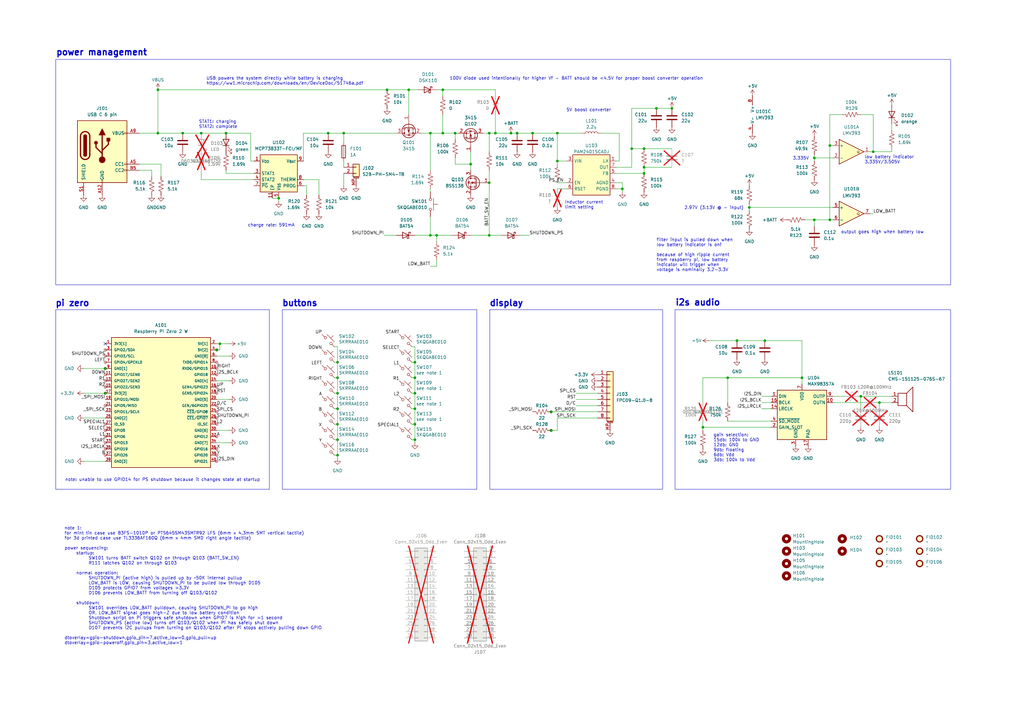
<source format=kicad_sch>
(kicad_sch (version 20250114) (generator "eeschema") (generator_version "9.0")
  (paper "A3")
  (title_block (title "pi tin main pcb") (date "2025-04-24") (rev "2") (company "alley cat engineering") (comment 1 "drawn by jackw01"))
  (lib_symbols
    (symbol "Audio:MAX98357A"
      (property "Reference" "U" (at -8.89 11.43 0))
      (property "Value" "MAX98357A" (at 10.16 11.43 0))
      (symbol "MAX98357A_1_1"
        (pin input line (at -12.7 7.62 0) (length 2.54) (name "DIN") (number "1"))
        (pin input line (at -12.7 5.08 0) (length 2.54) (name "BCLK") (number "16"))
        (pin input line (at -12.7 2.54 0) (length 2.54) (name "LRCLK") (number "14"))
        (pin input line (at -12.7 -2.54 0) (length 2.54) (name "~{SD_MODE}") (number "4"))
        (pin passive line (at -12.7 -5.08 0) (length 2.54) (name "GAIN_SLOT") (number "2"))
        (pin passive line (at -2.54 -12.7 90) (length 2.54) (hide yes) (name "GND") (number "11"))
        (pin passive line (at -2.54 -12.7 90) (length 2.54) (hide yes) (name "GND") (number "15"))
        (pin power_in line (at -2.54 -12.7 90) (length 2.54) (name "GND") (number "3"))
        (pin power_in line (at 0 12.7 270) (length 2.54) (name "VDD") (number "7"))
        (pin passive line (at 0 12.7 270) (length 2.54) (hide yes) (name "VDD") (number "8"))
        (pin unspecified line (at 2.54 -12.7 90) (length 2.54) (name "PAD") (number "17"))
        (pin no_connect line (at 10.16 2.54 180) (length 2.54) (hide yes) (name "NC") (number "5"))
        (pin no_connect line (at 10.16 0 180) (length 2.54) (hide yes) (name "NC") (number "6"))
        (pin no_connect line (at 10.16 -5.08 180) (length 2.54) (hide yes) (name "NC") (number "12"))
        (pin no_connect line (at 10.16 -7.62 180) (length 2.54) (hide yes) (name "NC") (number "13"))
        (pin output line (at 12.7 7.62 180) (length 2.54) (name "OUTP") (number "9"))
        (pin output line (at 12.7 5.08 180) (length 2.54) (name "OUTN") (number "10"))
      )
    )
    (symbol "Battery_Management:MCP73833-xxx-MF"
      (property "Reference" "U" (at -6.35 8.89 0))
      (property "Value" "MCP73833-xxx-MF" (at 10.16 8.89 0))
      (symbol "MCP73833-xxx-MF_1_1"
        (pin power_in line (at -10.16 5.08 0) (length 2.54) (name "V_{DD}") (number "1"))
        (pin passive line (at -10.16 5.08 0) (length 2.54) (hide yes) (name "V_{DD}") (number "2"))
        (pin open_collector line (at -10.16 0 0) (length 2.54) (name "STAT1") (number "3"))
        (pin open_collector line (at -10.16 -2.54 0) (length 2.54) (name "STAT2") (number "4"))
        (pin open_collector line (at -10.16 -5.08 0) (length 2.54) (name "~{PG}") (number "7"))
        (pin power_in line (at -2.54 -10.16 90) (length 2.54) (name "EP") (number "11"))
        (pin power_in line (at 0 -10.16 90) (length 2.54) (name "V_{SS}") (number "5"))
        (pin passive line (at 10.16 5.08 180) (length 2.54) (hide yes) (name "V_{BAT}") (number "10"))
        (pin power_out line (at 10.16 5.08 180) (length 2.54) (name "V_{BAT}") (number "9"))
        (pin passive line (at 10.16 -2.54 180) (length 2.54) (name "THERM") (number "8"))
        (pin input line (at 10.16 -5.08 180) (length 2.54) (name "PROG") (number "6"))
      )
    )
    (symbol "Comparator:LMV393" (pin_names (offset 0.127))
      (property "Reference" "U" (at 3.81 3.81 0))
      (property "Value" "LMV393" (at 6.35 -3.81 0))
      (symbol "LMV393_1_1"
        (pin input line (at -7.62 2.54 0) (length 2.54) (name "+") (number "3"))
        (pin input line (at -7.62 -2.54 0) (length 2.54) (name "-") (number "2"))
        (pin open_collector line (at 7.62 0 180) (length 2.54) (name "~") (number "1"))
      )
      (symbol "LMV393_2_1"
        (pin input line (at -7.62 2.54 0) (length 2.54) (name "+") (number "5"))
        (pin input line (at -7.62 -2.54 0) (length 2.54) (name "-") (number "6"))
        (pin open_collector line (at 7.62 0 180) (length 2.54) (name "~") (number "7"))
      )
      (symbol "LMV393_3_1"
        (pin power_in line (at -2.54 7.62 270) (length 3.81) (name "V+") (number "8"))
        (pin power_in line (at -2.54 -7.62 90) (length 3.81) (name "V-") (number "4"))
      )
    )
    (symbol "Connector:TestPoint_Small" (pin_numbers (hide yes)) (pin_names (offset 0.762) (hide yes))
      (property "Reference" "TP" (at 0 3.81 0))
      (property "Value" "TestPoint_Small" (at 0 2.032 0))
      (symbol "TestPoint_Small_1_1"
        (pin passive line (at 0 0 90) (length 0) (name "1") (number "1"))
      )
    )
    (symbol "Connector:USB_C_Receptacle_PowerOnly_6P" (pin_names (offset 1.016))
      (property "Reference" "J" (at 0 16.51 0))
      (property "Value" "USB_C_Receptacle_PowerOnly_6P" (at 0 13.97 0))
      (symbol "USB_C_Receptacle_PowerOnly_6P_1_1"
        (pin passive line (at -7.62 -17.78 90) (length 5.08) (name "SHIELD") (number "S1"))
        (pin passive line (at 0 -17.78 90) (length 5.08) (name "GND") (number "A12"))
        (pin passive line (at 0 -17.78 90) (length 5.08) (hide yes) (name "GND") (number "B12"))
        (pin passive line (at 15.24 7.62 180) (length 5.08) (name "VBUS") (number "A9"))
        (pin passive line (at 15.24 7.62 180) (length 5.08) (hide yes) (name "VBUS") (number "B9"))
        (pin bidirectional line (at 15.24 -5.08 180) (length 5.08) (name "CC1") (number "A5"))
        (pin bidirectional line (at 15.24 -7.62 180) (length 5.08) (name "CC2") (number "B5"))
      )
    )
    (symbol "Connector_Generic:Conn_02x15_Odd_Even" (pin_names (offset 1.016) (hide yes))
      (property "Reference" "J" (at 1.27 20.32 0))
      (property "Value" "Conn_02x15_Odd_Even" (at 1.27 -20.32 0))
      (symbol "Conn_02x15_Odd_Even_1_1"
        (pin passive line (at -5.08 17.78 0) (length 3.81) (name "Pin_1") (number "1"))
        (pin passive line (at -5.08 15.24 0) (length 3.81) (name "Pin_3") (number "3"))
        (pin passive line (at -5.08 12.7 0) (length 3.81) (name "Pin_5") (number "5"))
        (pin passive line (at -5.08 10.16 0) (length 3.81) (name "Pin_7") (number "7"))
        (pin passive line (at -5.08 7.62 0) (length 3.81) (name "Pin_9") (number "9"))
        (pin passive line (at -5.08 5.08 0) (length 3.81) (name "Pin_11") (number "11"))
        (pin passive line (at -5.08 2.54 0) (length 3.81) (name "Pin_13") (number "13"))
        (pin passive line (at -5.08 0 0) (length 3.81) (name "Pin_15") (number "15"))
        (pin passive line (at -5.08 -2.54 0) (length 3.81) (name "Pin_17") (number "17"))
        (pin passive line (at -5.08 -5.08 0) (length 3.81) (name "Pin_19") (number "19"))
        (pin passive line (at -5.08 -7.62 0) (length 3.81) (name "Pin_21") (number "21"))
        (pin passive line (at -5.08 -10.16 0) (length 3.81) (name "Pin_23") (number "23"))
        (pin passive line (at -5.08 -12.7 0) (length 3.81) (name "Pin_25") (number "25"))
        (pin passive line (at -5.08 -15.24 0) (length 3.81) (name "Pin_27") (number "27"))
        (pin passive line (at -5.08 -17.78 0) (length 3.81) (name "Pin_29") (number "29"))
        (pin passive line (at 7.62 17.78 180) (length 3.81) (name "Pin_2") (number "2"))
        (pin passive line (at 7.62 15.24 180) (length 3.81) (name "Pin_4") (number "4"))
        (pin passive line (at 7.62 12.7 180) (length 3.81) (name "Pin_6") (number "6"))
        (pin passive line (at 7.62 10.16 180) (length 3.81) (name "Pin_8") (number "8"))
        (pin passive line (at 7.62 7.62 180) (length 3.81) (name "Pin_10") (number "10"))
        (pin passive line (at 7.62 5.08 180) (length 3.81) (name "Pin_12") (number "12"))
        (pin passive line (at 7.62 2.54 180) (length 3.81) (name "Pin_14") (number "14"))
        (pin passive line (at 7.62 0 180) (length 3.81) (name "Pin_16") (number "16"))
        (pin passive line (at 7.62 -2.54 180) (length 3.81) (name "Pin_18") (number "18"))
        (pin passive line (at 7.62 -5.08 180) (length 3.81) (name "Pin_20") (number "20"))
        (pin passive line (at 7.62 -7.62 180) (length 3.81) (name "Pin_22") (number "22"))
        (pin passive line (at 7.62 -10.16 180) (length 3.81) (name "Pin_24") (number "24"))
        (pin passive line (at 7.62 -12.7 180) (length 3.81) (name "Pin_26") (number "26"))
        (pin passive line (at 7.62 -15.24 180) (length 3.81) (name "Pin_28") (number "28"))
        (pin passive line (at 7.62 -17.78 180) (length 3.81) (name "Pin_30") (number "30"))
      )
    )
    (symbol "Connector_Generic_MountingPin:Conn_01x02_MountingPin" (pin_names (offset 1.016) (hide yes))
      (property "Reference" "J" (at 0 2.54 0))
      (property "Value" "Conn_01x02_MountingPin" (at 1.27 -5.08 0))
      (symbol "Conn_01x02_MountingPin_1_1"
        (text "Mounting" (at 0 -4.191 0) (effects (font (size 0.381 0.381))))
        (pin passive line (at -5.08 0 0) (length 3.81) (name "Pin_1") (number "1"))
        (pin passive line (at -5.08 -2.54 0) (length 3.81) (name "Pin_2") (number "2"))
        (pin passive line (at 0 -7.62 90) (length 3.048) (name "MountPin") (number "MP"))
      )
    )
    (symbol "Connector_Generic_MountingPin:Conn_01x08_MountingPin" (pin_names (offset 1.016) (hide yes))
      (property "Reference" "J" (at 0 10.16 0))
      (property "Value" "Conn_01x08_MountingPin" (at 1.27 -12.7 0))
      (symbol "Conn_01x08_MountingPin_1_1"
        (text "Mounting" (at 0 -11.811 0) (effects (font (size 0.381 0.381))))
        (pin passive line (at -5.08 7.62 0) (length 3.81) (name "Pin_1") (number "1"))
        (pin passive line (at -5.08 5.08 0) (length 3.81) (name "Pin_2") (number "2"))
        (pin passive line (at -5.08 2.54 0) (length 3.81) (name "Pin_3") (number "3"))
        (pin passive line (at -5.08 0 0) (length 3.81) (name "Pin_4") (number "4"))
        (pin passive line (at -5.08 -2.54 0) (length 3.81) (name "Pin_5") (number "5"))
        (pin passive line (at -5.08 -5.08 0) (length 3.81) (name "Pin_6") (number "6"))
        (pin passive line (at -5.08 -7.62 0) (length 3.81) (name "Pin_7") (number "7"))
        (pin passive line (at -5.08 -10.16 0) (length 3.81) (name "Pin_8") (number "8"))
        (pin passive line (at 0 -15.24 90) (length 3.048) (name "MountPin") (number "MP"))
      )
    )
    (symbol "Device:C" (pin_numbers (hide yes)) (pin_names (offset 0.254))
      (property "Reference" "C" (at 0.635 2.54 0))
      (property "Value" "C" (at 0.635 -2.54 0))
      (symbol "C_1_1"
        (pin passive line (at 0 3.81 270) (length 2.794) (name "~") (number "1"))
        (pin passive line (at 0 -3.81 90) (length 2.794) (name "~") (number "2"))
      )
    )
    (symbol "Device:FerriteBead_Small" (pin_numbers (hide yes)) (pin_names (offset 0))
      (property "Reference" "FB" (at 1.905 1.27 0))
      (property "Value" "FerriteBead_Small" (at 1.905 -1.27 0))
      (symbol "FerriteBead_Small_1_1"
        (pin passive line (at 0 2.54 270) (length 1.27) (name "~") (number "1"))
        (pin passive line (at 0 -2.54 90) (length 1.27) (name "~") (number "2"))
      )
    )
    (symbol "Device:Fuse" (pin_numbers (hide yes)) (pin_names (offset 0))
      (property "Reference" "F" (at 2.032 0 90))
      (property "Value" "Fuse" (at -1.905 0 90))
      (symbol "Fuse_1_1"
        (pin passive line (at 0 3.81 270) (length 1.27) (name "~") (number "1"))
        (pin passive line (at 0 -3.81 90) (length 1.27) (name "~") (number "2"))
      )
    )
    (symbol "Device:L" (pin_numbers (hide yes)) (pin_names (offset 1.016) (hide yes))
      (property "Reference" "L" (at -1.27 0 90))
      (property "Value" "L" (at 1.905 0 90))
      (symbol "L_1_1"
        (pin passive line (at 0 3.81 270) (length 1.27) (name "1") (number "1"))
        (pin passive line (at 0 -3.81 90) (length 1.27) (name "2") (number "2"))
      )
    )
    (symbol "Device:LED" (pin_numbers (hide yes)) (pin_names (offset 1.016) (hide yes))
      (property "Reference" "D" (at 0 2.54 0))
      (property "Value" "LED" (at 0 -2.54 0))
      (symbol "LED_1_1"
        (pin passive line (at -3.81 0 0) (length 2.54) (name "K") (number "1"))
        (pin passive line (at 3.81 0 180) (length 2.54) (name "A") (number "2"))
      )
    )
    (symbol "Device:R_US" (pin_numbers (hide yes)) (pin_names (offset 0))
      (property "Reference" "R" (at 2.54 0 90))
      (property "Value" "R_US" (at -2.54 0 90))
      (symbol "R_US_1_1"
        (pin passive line (at 0 3.81 270) (length 1.27) (name "~") (number "1"))
        (pin passive line (at 0 -3.81 90) (length 1.27) (name "~") (number "2"))
      )
    )
    (symbol "Device:Speaker" (pin_names (offset 0) (hide yes))
      (property "Reference" "LS" (at 1.27 5.715 0))
      (property "Value" "Speaker" (at 1.27 3.81 0))
      (symbol "Speaker_1_1"
        (pin input line (at -5.08 0 0) (length 2.54) (name "1") (number "1"))
        (pin input line (at -5.08 -2.54 0) (length 2.54) (name "2") (number "2"))
      )
    )
    (symbol "Diode:BAT54J" (pin_numbers (hide yes)) (pin_names (offset 1.016) (hide yes))
      (property "Reference" "D" (at 0 2.54 0))
      (property "Value" "BAT54J" (at 0 -2.54 0))
      (symbol "BAT54J_1_1"
        (pin passive line (at -3.81 0 0) (length 2.54) (name "K") (number "1"))
        (pin passive line (at 3.81 0 180) (length 2.54) (name "A") (number "2"))
      )
    )
    (symbol "Diode:SS15" (pin_numbers (hide yes)) (pin_names (offset 1.016) (hide yes))
      (property "Reference" "D" (at 0 2.54 0))
      (property "Value" "SS15" (at 0 -2.54 0))
      (symbol "SS15_1_1"
        (pin passive line (at -3.81 0 0) (length 2.54) (name "K") (number "1"))
        (pin passive line (at 3.81 0 180) (length 2.54) (name "A") (number "2"))
      )
    )
    (symbol "Mechanical:Fiducial" (exclude_from_sim yes) (in_bom no)
      (property "Reference" "FID" (at 0 5.08 0))
      (property "Value" "Fiducial" (at 0 3.175 0))
    )
    (symbol "Mechanical:MountingHole" (pin_names (offset 1.016)) (exclude_from_sim yes) (in_bom no)
      (property "Reference" "H" (at 0 5.08 0))
      (property "Value" "MountingHole" (at 0 3.175 0))
    )
    (symbol "RASPBERRYPI-ZERO:RASPBERRYPI-ZERO" (pin_names (offset 1.016))
      (property "Reference" "A" (at -20.34 26.6962 0))
      (property "Value" "RASPBERRYPI-ZERO" (at -20.3391 -30.5087 0))
      (symbol "RASPBERRYPI-ZERO_0_0"
        (pin power_in line (at -22.86 22.86 0) (length 2.54) (name "3V3[1]") (number "1"))
        (pin bidirectional line (at -22.86 20.32 0) (length 2.54) (name "GPIO2/SDA") (number "3"))
        (pin bidirectional line (at -22.86 17.78 0) (length 2.54) (name "GPIO3/SCL") (number "5"))
        (pin bidirectional line (at -22.86 15.24 0) (length 2.54) (name "GPIO4/GPCKL0") (number "7"))
        (pin power_in line (at -22.86 12.7 0) (length 2.54) (name "GND[1]") (number "9"))
        (pin bidirectional line (at -22.86 10.16 0) (length 2.54) (name "GPIO17/GEN0") (number "11"))
        (pin bidirectional line (at -22.86 7.62 0) (length 2.54) (name "GPIO27/GEN2") (number "13"))
        (pin bidirectional line (at -22.86 5.08 0) (length 2.54) (name "GPIO22/GEN3") (number "15"))
        (pin power_in line (at -22.86 2.54 0) (length 2.54) (name "3V3[2]") (number "17"))
        (pin bidirectional line (at -22.86 0 0) (length 2.54) (name "GPIO10/MOSI") (number "19"))
        (pin bidirectional line (at -22.86 -2.54 0) (length 2.54) (name "GPIO9/MISO") (number "21"))
        (pin bidirectional line (at -22.86 -5.08 0) (length 2.54) (name "GPIO11/SCLK") (number "23"))
        (pin power_in line (at -22.86 -7.62 0) (length 2.54) (name "GND[2]") (number "25"))
        (pin bidirectional line (at -22.86 -10.16 0) (length 2.54) (name "ID_SD") (number "27"))
        (pin bidirectional line (at -22.86 -12.7 0) (length 2.54) (name "GPIO5") (number "29"))
        (pin bidirectional line (at -22.86 -15.24 0) (length 2.54) (name "GPIO6") (number "31"))
        (pin bidirectional line (at -22.86 -17.78 0) (length 2.54) (name "GPIO13") (number "33"))
        (pin bidirectional line (at -22.86 -20.32 0) (length 2.54) (name "GPIO19") (number "35"))
        (pin bidirectional line (at -22.86 -22.86 0) (length 2.54) (name "GPIO26") (number "37"))
        (pin power_in line (at -22.86 -25.4 0) (length 2.54) (name "GND[3]") (number "39"))
        (pin power_in line (at 22.86 22.86 180) (length 2.54) (name "5V[1]") (number "2"))
        (pin power_in line (at 22.86 20.32 180) (length 2.54) (name "5V[2]") (number "4"))
        (pin power_in line (at 22.86 17.78 180) (length 2.54) (name "GND[8]") (number "6"))
        (pin bidirectional line (at 22.86 15.24 180) (length 2.54) (name "TXD0/GPIO14") (number "8"))
        (pin bidirectional line (at 22.86 12.7 180) (length 2.54) (name "RXD0/GPIO15") (number "10"))
        (pin bidirectional line (at 22.86 10.16 180) (length 2.54) (name "GPIO18") (number "12"))
        (pin power_in line (at 22.86 7.62 180) (length 2.54) (name "GND[4]") (number "14"))
        (pin bidirectional line (at 22.86 5.08 180) (length 2.54) (name "GEN4/GPIO23") (number "16"))
        (pin bidirectional line (at 22.86 2.54 180) (length 2.54) (name "GEN5/GPIO24") (number "18"))
        (pin power_in line (at 22.86 0 180) (length 2.54) (name "GND[5]") (number "20"))
        (pin bidirectional line (at 22.86 -2.54 180) (length 2.54) (name "GEN/6GPIO25") (number "22"))
        (pin bidirectional line (at 22.86 -5.08 180) (length 2.54) (name "~{CE0}/GPIO8") (number "24"))
        (pin bidirectional line (at 22.86 -7.62 180) (length 2.54) (name "~{CE1}/~{GPIO7}") (number "26"))
        (pin bidirectional line (at 22.86 -10.16 180) (length 2.54) (name "ID_SC") (number "28"))
        (pin power_in line (at 22.86 -12.7 180) (length 2.54) (name "GND[6]") (number "30"))
        (pin bidirectional line (at 22.86 -15.24 180) (length 2.54) (name "GPIO12") (number "32"))
        (pin power_in line (at 22.86 -17.78 180) (length 2.54) (name "GND[7]") (number "34"))
        (pin bidirectional line (at 22.86 -20.32 180) (length 2.54) (name "GPIO16") (number "36"))
        (pin bidirectional line (at 22.86 -22.86 180) (length 2.54) (name "GPIO20") (number "38"))
        (pin bidirectional line (at 22.86 -25.4 180) (length 2.54) (name "GPIO21") (number "40"))
      )
    )
    (symbol "Regulator_Switching:MCP16312x-xMS"
      (property "Reference" "U1" (at 0 12.7 0))
      (property "Value" "PAM2401" (at 0 10.16 0))
      (symbol "MCP16312x-xMS_1_1"
        (pin power_in line (at -10.16 6.35 0) (length 2.54) (name "VIN") (number "3"))
        (pin passive line (at -10.16 -2.54 0) (length 2.54) (name "EN") (number "2"))
        (pin output line (at -10.16 -5.08 0) (length 2.54) (name "RSET") (number "6"))
        (pin output line (at 10.16 6.35 180) (length 2.54) (name "LX") (number "1"))
        (pin power_out line (at 10.16 3.81 180) (length 2.54) (name "OUT") (number "7"))
        (pin input line (at 10.16 1.27 180) (length 2.54) (name "FB") (number "5"))
        (pin power_in line (at 10.16 -2.54 180) (length 2.54) (name "AGND") (number "4"))
        (pin power_in line (at 10.16 -5.08 180) (length 2.54) (name "PGND") (number "8"))
      )
    )
    (symbol "Switch:SW_Push" (pin_numbers (hide yes)) (pin_names (offset 1.016) (hide yes))
      (property "Reference" "SW" (at 1.27 2.54 0))
      (property "Value" "SW_Push" (at 0 -1.524 0))
      (symbol "SW_Push_0_1"
        (pin passive line (at -5.08 0 0) (length 2.54) (name "1") (number "1"))
        (pin passive line (at 5.08 0 180) (length 2.54) (name "2") (number "2"))
      )
    )
    (symbol "Switch:SW_Push_45deg" (pin_numbers (hide yes)) (pin_names (offset 1.016) (hide yes))
      (property "Reference" "SW" (at 3.048 1.016 0))
      (property "Value" "SW_Push_45deg" (at 0 -3.81 0))
      (symbol "SW_Push_45deg_0_1"
        (pin passive line (at -2.54 2.54 0) (length 0) (name "1") (number "1"))
        (pin passive line (at 2.54 -2.54 180) (length 0) (name "2") (number "2"))
      )
    )
    (symbol "Transistor_FET:AO3401A" (pin_names (hide yes))
      (property "Reference" "Q" (at 5.08 1.905 0))
      (property "Value" "AO3401A" (at 5.08 0 0))
      (symbol "AO3401A_1_1"
        (pin input line (at -5.08 0 0) (length 2.54) (name "G") (number "1"))
        (pin passive line (at 2.54 5.08 270) (length 2.54) (name "D") (number "3"))
        (pin passive line (at 2.54 -5.08 90) (length 2.54) (name "S") (number "2"))
      )
    )
    (symbol "Transistor_FET:BSS138" (pin_names (hide yes))
      (property "Reference" "Q" (at 5.08 1.905 0))
      (property "Value" "BSS138" (at 5.08 0 0))
      (symbol "BSS138_1_1"
        (pin input line (at -5.08 0 0) (length 2.54) (name "G") (number "1"))
        (pin passive line (at 2.54 5.08 270) (length 2.54) (name "D") (number "3"))
        (pin passive line (at 2.54 -5.08 90) (length 2.54) (name "S") (number "2"))
      )
    )
    (symbol "power:+3.3V" (power) (pin_numbers (hide yes)) (pin_names (offset 0) (hide yes))
      (property "Value" "+3.3V" (at 0 3.556 0))
      (symbol "+3.3V_1_1"
        (pin power_in line (at 0 0 90) (length 0) (name "~") (number "1"))
      )
    )
    (symbol "power:+5V" (power) (pin_numbers (hide yes)) (pin_names (offset 0) (hide yes))
      (property "Value" "+5V" (at 0 3.556 0))
      (symbol "+5V_1_1"
        (pin power_in line (at 0 0 90) (length 0) (name "~") (number "1"))
      )
    )
    (symbol "power:+BATT" (power) (pin_numbers (hide yes)) (pin_names (offset 0) (hide yes))
      (property "Value" "+BATT" (at 0 3.556 0))
      (symbol "+BATT_1_1"
        (pin power_in line (at 0 0 90) (length 0) (name "~") (number "1"))
      )
    )
    (symbol "power:GND" (power) (pin_numbers (hide yes)) (pin_names (offset 0) (hide yes))
      (property "Value" "GND" (at 0 -3.81 0))
      (symbol "GND_1_1"
        (pin power_in line (at 0 0 270) (length 0) (name "~") (number "1"))
      )
    )
    (symbol "power:VBUS" (power) (pin_numbers (hide yes)) (pin_names (offset 0) (hide yes))
      (property "Value" "VBUS" (at 0 3.556 0))
      (symbol "VBUS_1_1"
        (pin power_in line (at 0 0 90) (length 0) (name "~") (number "1"))
      )
    )
  )
  (rectangle (start 115.824 127) (end 195.58 200.66))
  (rectangle (start 276.86 127) (end 389.89 200.66))
  (rectangle (start 200.914 127) (end 271.78 200.66))
  (rectangle (start 22.86 127) (end 110.49 200.66))
  (rectangle (start 22.86 24.384) (end 389.89 116.84))
  (text "i2s audio" (at 276.86 124.206 0) (effects (font (size 2.54 2.54) (thickness 0.508) (bold yes)) (justify left)))
  (text "low battery indicator\n3.335V/3.505V" (at 354.584 65.532 0) (effects (font (size 1.27 1.27)) (justify left)))
  (text "2.97V (3.13V @ - input)" (at 305.054 85.344 0) (effects (font (size 1.27 1.27)) (justify right)))
  (text "USB powers the system directly while battery is charging\nhttps://ww1.microchip.com/downloads/en/DeviceDoc/51746a.pdf" (at 84.582 33.274 0) (effects (font (size 1.27 1.27)) (justify left)))
  (text "note: unable to use GPIO14 for PS shutdown because it changes state at startup" (at 26.67 196.85 0) (effects (font (size 1.27 1.27)) (justify left)))
  (text "5V boost converter" (at 250.698 45.212 0) (effects (font (size 1.27 1.27)) (justify right)))
  (text "display" (at 200.66 124.46 0) (effects (font (size 2.54 2.54) (thickness 0.508) (bold yes)) (justify left)))
  (text "pi zero" (at 22.606 124.46 0) (effects (font (size 2.54 2.54) (thickness 0.508) (bold yes)) (justify left)))
  (text "note 1:\nfor mint tin case use B3FS-1010P or PTS645SM43SMTR92 LFS (6mm x 4.3mm SMT vertical tactile)\nfor 3d printed case use TL3336AF160Q (6mm x 4mm SMD right angle tactile)\n\npower sequencing:\n	startup:\n		SW101 turns BATT switch Q102 on through Q103 (BATT_SW_EN)\n		R111 latches Q102 on through Q103\n\n	normal operation:\n		SHUTDOWN_PI (active high) is pulled up by ~50K internal pullup\n		LOW_BATT is LOW, causing SHUTDOWN_PI to be pulled low through D105\n		D105 protects GPIO7 from voltages >3.3V\n		D106 prevents LOW_BATT from turning off Q103/Q102\n	\n	shutdown:\n		SW101 overrides LOW_BATT pulldown, causing SHUTDOWN_PI to go high\n		OR, LOW_BATT signal goes high-Z due to low battery condition\n		Shutdown script on Pi triggers safe shutdown when GPIO7 is high for >1 second\n		SHUTDOWN_PS (active low) turns off Q103/Q102 when Pi has safely shut down\n		D107 prevents I2C pullups from turning on Q103/Q102 after Pi stops actively pulling down GPIO\n\ndtoverlay=gpio-shutdown,gpio_pin=7,active_low=0,gpio_pull=up\ndtoverlay=gpio-poweroff,gpio_pin=3,active_low=1" (at 26.416 240.284 0) (effects (font (size 1.27 1.27)) (justify left)))
  (text "3.335V" (at 325.12 65.024 0) (effects (font (size 1.27 1.27)) (justify left)))
  (text "power management" (at 22.86 21.59 0) (effects (font (size 2.54 2.54) (thickness 0.508) (bold yes)) (justify left)))
  (text "filter input is pulled down when\nlow battery indicator is on!\n\nbecause of high ripple current\nfrom raspberry pi, low battery \nindicator will trigger when \nvoltage is nominally 3.2-3.3V" (at 269.24 104.648 0) (effects (font (size 1.27 1.27)) (justify left)))
  (text "output goes high when battery low\n" (at 344.932 95.25 0) (effects (font (size 1.27 1.27)) (justify left)))
  (text "charge rate: 591mA" (at 101.6 92.456 0) (effects (font (size 1.27 1.27)) (justify left)))
  (text "buttons" (at 115.57 124.46 0) (effects (font (size 2.54 2.54) (thickness 0.508) (bold yes)) (justify left)))
  (text "STAT1: charging\nSTAT2: complete" (at 81.534 51.054 0) (effects (font (size 1.27 1.27)) (justify left)))
  (text "inductor current \nlimit setting" (at 231.648 84.074 0) (effects (font (size 1.27 1.27)) (justify left)))
  (text "100V diode used intentionally for higher Vf - BATT should be <4.5V for proper boost converter operation" (at 184.404 32.258 0) (effects (font (size 1.27 1.27)) (justify left)))
  (text "gain selection:\n15db: 100k to GND\n12db: GND\n9db: floating\n6db: Vdd\n3db: 100k to Vdd" (at 292.608 183.642 0) (effects (font (size 1.27 1.27)) (justify left)))
  (junction (at 313.69 139.7))
  (junction (at 255.27 77.47))
  (junction (at 170.18 167.64))
  (junction (at 64.77 54.61))
  (junction (at 228.6 66.04))
  (junction (at 138.43 173.99))
  (junction (at 200.66 54.61))
  (junction (at 186.69 54.61))
  (junction (at 170.18 161.29))
  (junction (at 92.71 54.61))
  (junction (at 334.01 64.77))
  (junction (at 170.18 180.34))
  (junction (at 179.07 96.52))
  (junction (at 181.61 36.83))
  (junction (at 209.55 54.61))
  (junction (at 203.2 54.61))
  (junction (at 140.97 54.61))
  (junction (at 360.68 165.1))
  (junction (at 138.43 186.69))
  (junction (at 138.43 180.34))
  (junction (at 138.43 167.64))
  (junction (at 138.43 154.94))
  (junction (at 170.18 173.99))
  (junction (at 264.16 71.12))
  (junction (at 158.75 36.83))
  (junction (at 269.24 44.45))
  (junction (at 193.04 67.31))
  (junction (at 43.18 151.13))
  (junction (at 275.59 44.45))
  (junction (at 138.43 148.59))
  (junction (at 134.62 54.61))
  (junction (at 64.77 36.83))
  (junction (at 353.06 162.56))
  (junction (at 74.93 54.61))
  (junction (at 358.14 62.23))
  (junction (at 82.55 54.61))
  (junction (at 181.61 54.61))
  (junction (at 288.29 175.26))
  (junction (at 264.16 68.58))
  (junction (at 200.66 96.52))
  (junction (at 340.36 59.69))
  (junction (at 170.18 148.59))
  (junction (at 264.16 60.96))
  (junction (at 302.26 139.7))
  (junction (at 90.17 140.97))
  (junction (at 170.18 154.94))
  (junction (at 218.44 54.61))
  (junction (at 298.45 154.94))
  (junction (at 226.06 168.91))
  (junction (at 43.18 161.29))
  (junction (at 328.93 154.94))
  (junction (at 114.3 81.28))
  (junction (at 138.43 161.29))
  (junction (at 176.53 96.52))
  (junction (at 228.6 54.61))
  (junction (at 200.66 74.93))
  (junction (at 176.53 54.61))
  (junction (at 259.08 60.96))
  (junction (at 212.09 54.61))
  (junction (at 334.01 90.17))
  (junction (at 307.34 85.09))
  (junction (at 226.06 176.53))
  (junction (at 167.64 36.83))
  (junction (at 340.36 90.17))
  (junction (at 88.9 143.51))
  (no_connect (at 43.18 140.97))
  (wire (pts (xy 203.2 46.99) (xy 203.2 54.61)))
  (wire (pts (xy 179.07 96.52) (xy 185.42 96.52)))
  (wire (pts (xy 138.43 187.96) (xy 138.43 186.69)))
  (wire (pts (xy 259.08 60.96) (xy 264.16 60.96)))
  (wire (pts (xy 275.59 60.96) (xy 264.16 60.96)))
  (wire (pts (xy 88.9 181.61) (xy 93.98 181.61)))
  (wire (pts (xy 125.73 76.2) (xy 124.46 76.2)))
  (wire (pts (xy 138.43 173.99) (xy 138.43 180.34)))
  (wire (pts (xy 168.91 161.29) (xy 170.18 161.29)))
  (wire (pts (xy 176.53 96.52) (xy 179.07 96.52)))
  (wire (pts (xy 137.16 161.29) (xy 138.43 161.29)))
  (wire (pts (xy 341.63 165.1) (xy 354.33 165.1)))
  (wire (pts (xy 288.29 175.26) (xy 316.23 175.26)))
  (wire (pts (xy 170.18 161.29) (xy 170.18 167.64)))
  (wire (pts (xy 200.66 96.52) (xy 205.74 96.52)))
  (wire (pts (xy 168.91 180.34) (xy 170.18 180.34)))
  (wire (pts (xy 340.36 59.69) (xy 340.36 46.99)))
  (wire (pts (xy 186.69 54.61) (xy 187.96 54.61)))
  (wire (pts (xy 198.12 54.61) (xy 200.66 54.61)))
  (wire (pts (xy 181.61 54.61) (xy 186.69 54.61)))
  (wire (pts (xy 226.06 168.91) (xy 245.11 168.91)))
  (wire (pts (xy 176.53 54.61) (xy 176.53 69.85)))
  (wire (pts (xy 57.15 69.85) (xy 62.23 69.85)))
  (wire (pts (xy 365.76 62.23) (xy 358.14 62.23)))
  (wire (pts (xy 181.61 36.83) (xy 181.61 39.37)))
  (wire (pts (xy 255.27 77.47) (xy 252.73 77.47)))
  (wire (pts (xy 170.18 173.99) (xy 170.18 180.34)))
  (wire (pts (xy 137.16 173.99) (xy 138.43 173.99)))
  (wire (pts (xy 88.9 140.97) (xy 90.17 140.97)))
  (wire (pts (xy 90.17 140.97) (xy 93.98 140.97)))
  (wire (pts (xy 137.16 167.64) (xy 138.43 167.64)))
  (wire (pts (xy 334.01 66.04) (xy 334.01 64.77)))
  (wire (pts (xy 288.29 154.94) (xy 298.45 154.94)))
  (wire (pts (xy 170.18 181.61) (xy 170.18 180.34)))
  (wire (pts (xy 298.45 154.94) (xy 298.45 165.1)))
  (wire (pts (xy 200.66 54.61) (xy 203.2 54.61)))
  (wire (pts (xy 353.06 162.56) (xy 353.06 167.64)))
  (wire (pts (xy 340.36 59.69) (xy 341.63 59.69)))
  (wire (pts (xy 176.53 54.61) (xy 181.61 54.61)))
  (wire (pts (xy 307.34 83.82) (xy 307.34 85.09)))
  (wire (pts (xy 193.04 67.31) (xy 193.04 69.85)))
  (wire (pts (xy 124.46 54.61) (xy 124.46 66.04)))
  (wire (pts (xy 138.43 148.59) (xy 138.43 154.94)))
  (wire (pts (xy 102.87 66.04) (xy 104.14 66.04)))
  (wire (pts (xy 181.61 46.99) (xy 181.61 54.61)))
  (wire (pts (xy 200.66 69.85) (xy 200.66 74.93)))
  (wire (pts (xy 340.36 46.99) (xy 345.44 46.99)))
  (wire (pts (xy 340.36 59.69) (xy 340.36 90.17)))
  (wire (pts (xy 193.04 62.23) (xy 193.04 67.31)))
  (wire (pts (xy 179.07 36.83) (xy 181.61 36.83)))
  (wire (pts (xy 92.71 71.12) (xy 92.71 69.85)))
  (wire (pts (xy 255.27 74.93) (xy 255.27 77.47)))
  (wire (pts (xy 102.87 66.04) (xy 102.87 54.61)))
  (wire (pts (xy 312.42 162.56) (xy 316.23 162.56)))
  (wire (pts (xy 88.9 163.83) (xy 93.98 163.83)))
  (wire (pts (xy 176.53 77.47) (xy 176.53 78.74)))
  (wire (pts (xy 124.46 73.66) (xy 130.81 73.66)))
  (wire (pts (xy 90.17 143.51) (xy 90.17 140.97)))
  (wire (pts (xy 259.08 60.96) (xy 259.08 68.58)))
  (wire (pts (xy 254 54.61) (xy 246.38 54.61)))
  (wire (pts (xy 62.23 69.85) (xy 62.23 72.39)))
  (wire (pts (xy 351.79 162.56) (xy 353.06 162.56)))
  (wire (pts (xy 252.73 74.93) (xy 255.27 74.93)))
  (wire (pts (xy 43.18 151.13) (xy 34.29 151.13)))
  (wire (pts (xy 259.08 44.45) (xy 269.24 44.45)))
  (wire (pts (xy 252.73 66.04) (xy 254 66.04)))
  (wire (pts (xy 217.17 96.52) (xy 213.36 96.52)))
  (wire (pts (xy 181.61 36.83) (xy 203.2 36.83)))
  (wire (pts (xy 334.01 90.17) (xy 334.01 92.71)))
  (wire (pts (xy 218.44 54.61) (xy 228.6 54.61)))
  (wire (pts (xy 228.6 66.04) (xy 228.6 67.31)))
  (wire (pts (xy 170.18 154.94) (xy 170.18 161.29)))
  (wire (pts (xy 236.22 163.83) (xy 245.11 163.83)))
  (wire (pts (xy 365.76 60.96) (xy 365.76 62.23)))
  (wire (pts (xy 228.6 66.04) (xy 232.41 66.04)))
  (wire (pts (xy 64.77 36.83) (xy 64.77 54.61)))
  (wire (pts (xy 334.01 63.5) (xy 334.01 64.77)))
  (wire (pts (xy 228.6 176.53) (xy 228.6 171.45)))
  (wire (pts (xy 57.15 54.61) (xy 64.77 54.61)))
  (wire (pts (xy 157.48 96.52) (xy 162.56 96.52)))
  (wire (pts (xy 252.73 68.58) (xy 259.08 68.58)))
  (wire (pts (xy 360.68 165.1) (xy 359.41 165.1)))
  (wire (pts (xy 186.69 64.77) (xy 186.69 67.31)))
  (wire (pts (xy 57.15 67.31) (xy 66.04 67.31)))
  (wire (pts (xy 358.14 62.23) (xy 356.87 62.23)))
  (wire (pts (xy 186.69 67.31) (xy 193.04 67.31)))
  (wire (pts (xy 138.43 142.24) (xy 138.43 148.59)))
  (wire (pts (xy 171.45 36.83) (xy 167.64 36.83)))
  (wire (pts (xy 228.6 77.47) (xy 232.41 77.47)))
  (wire (pts (xy 330.2 90.17) (xy 334.01 90.17)))
  (wire (pts (xy 138.43 154.94) (xy 138.43 161.29)))
  (wire (pts (xy 82.55 69.85) (xy 82.55 73.66)))
  (wire (pts (xy 111.76 81.28) (xy 114.3 81.28)))
  (wire (pts (xy 137.16 180.34) (xy 138.43 180.34)))
  (wire (pts (xy 43.18 189.23) (xy 34.29 189.23)))
  (wire (pts (xy 168.91 173.99) (xy 170.18 173.99)))
  (wire (pts (xy 358.14 46.99) (xy 358.14 62.23)))
  (wire (pts (xy 200.66 74.93) (xy 200.66 96.52)))
  (wire (pts (xy 312.42 165.1) (xy 316.23 165.1)))
  (wire (pts (xy 66.04 67.31) (xy 66.04 72.39)))
  (wire (pts (xy 137.16 142.24) (xy 138.43 142.24)))
  (wire (pts (xy 340.36 90.17) (xy 341.63 90.17)))
  (wire (pts (xy 124.46 54.61) (xy 134.62 54.61)))
  (wire (pts (xy 288.29 176.53) (xy 288.29 175.26)))
  (wire (pts (xy 130.81 73.66) (xy 130.81 80.01)))
  (wire (pts (xy 298.45 172.72) (xy 316.23 172.72)))
  (wire (pts (xy 172.72 54.61) (xy 176.53 54.61)))
  (wire (pts (xy 228.6 74.93) (xy 232.41 74.93)))
  (wire (pts (xy 168.91 167.64) (xy 170.18 167.64)))
  (wire (pts (xy 170.18 96.52) (xy 176.53 96.52)))
  (wire (pts (xy 140.97 54.61) (xy 162.56 54.61)))
  (wire (pts (xy 88.9 156.21) (xy 93.98 156.21)))
  (wire (pts (xy 137.16 186.69) (xy 138.43 186.69)))
  (wire (pts (xy 228.6 54.61) (xy 238.76 54.61)))
  (wire (pts (xy 360.68 167.64) (xy 360.68 165.1)))
  (wire (pts (xy 158.75 36.83) (xy 167.64 36.83)))
  (wire (pts (xy 307.34 86.36) (xy 307.34 85.09)))
  (wire (pts (xy 203.2 54.61) (xy 209.55 54.61)))
  (wire (pts (xy 179.07 106.68) (xy 179.07 109.22)))
  (wire (pts (xy 137.16 148.59) (xy 138.43 148.59)))
  (wire (pts (xy 228.6 54.61) (xy 228.6 66.04)))
  (wire (pts (xy 212.09 54.61) (xy 218.44 54.61)))
  (wire (pts (xy 290.83 139.7) (xy 302.26 139.7)))
  (wire (pts (xy 82.55 73.66) (xy 104.14 73.66)))
  (wire (pts (xy 236.22 161.29) (xy 245.11 161.29)))
  (wire (pts (xy 302.26 139.7) (xy 313.69 139.7)))
  (wire (pts (xy 312.42 167.64) (xy 316.23 167.64)))
  (wire (pts (xy 137.16 154.94) (xy 138.43 154.94)))
  (wire (pts (xy 64.77 36.83) (xy 158.75 36.83)))
  (wire (pts (xy 74.93 54.61) (xy 82.55 54.61)))
  (wire (pts (xy 102.87 54.61) (xy 92.71 54.61)))
  (wire (pts (xy 140.97 66.04) (xy 140.97 68.58)))
  (wire (pts (xy 264.16 68.58) (xy 264.16 71.12)))
  (wire (pts (xy 226.06 176.53) (xy 228.6 176.53)))
  (wire (pts (xy 179.07 96.52) (xy 179.07 99.06)))
  (wire (pts (xy 138.43 180.34) (xy 138.43 186.69)))
  (wire (pts (xy 168.91 154.94) (xy 170.18 154.94)))
  (wire (pts (xy 134.62 54.61) (xy 140.97 54.61)))
  (wire (pts (xy 358.14 87.63) (xy 356.87 87.63)))
  (wire (pts (xy 334.01 90.17) (xy 340.36 90.17)))
  (wire (pts (xy 236.22 166.37) (xy 245.11 166.37)))
  (wire (pts (xy 88.9 143.51) (xy 90.17 143.51)))
  (wire (pts (xy 264.16 68.58) (xy 275.59 68.58)))
  (wire (pts (xy 140.97 54.61) (xy 140.97 58.42)))
  (wire (pts (xy 170.18 142.24) (xy 170.18 148.59)))
  (wire (pts (xy 259.08 44.45) (xy 259.08 60.96)))
  (wire (pts (xy 353.06 162.56) (xy 365.76 162.56)))
  (wire (pts (xy 125.73 80.01) (xy 125.73 76.2)))
  (wire (pts (xy 341.63 162.56) (xy 346.71 162.56)))
  (wire (pts (xy 176.53 88.9) (xy 176.53 96.52)))
  (wire (pts (xy 88.9 146.05) (xy 93.98 146.05)))
  (wire (pts (xy 193.04 96.52) (xy 200.66 96.52)))
  (wire (pts (xy 288.29 154.94) (xy 288.29 165.1)))
  (wire (pts (xy 114.3 82.55) (xy 114.3 81.28)))
  (wire (pts (xy 138.43 161.29) (xy 138.43 167.64)))
  (wire (pts (xy 328.93 139.7) (xy 328.93 154.94)))
  (wire (pts (xy 168.91 142.24) (xy 170.18 142.24)))
  (wire (pts (xy 365.76 53.34) (xy 365.76 50.8)))
  (wire (pts (xy 252.73 71.12) (xy 264.16 71.12)))
  (wire (pts (xy 328.93 154.94) (xy 328.93 157.48)))
  (wire (pts (xy 34.29 161.29) (xy 43.18 161.29)))
  (wire (pts (xy 170.18 167.64) (xy 170.18 173.99)))
  (wire (pts (xy 170.18 148.59) (xy 170.18 154.94)))
  (wire (pts (xy 168.91 148.59) (xy 170.18 148.59)))
  (wire (pts (xy 64.77 54.61) (xy 74.93 54.61)))
  (wire (pts (xy 228.6 171.45) (xy 245.11 171.45)))
  (wire (pts (xy 167.64 36.83) (xy 167.64 46.99)))
  (wire (pts (xy 138.43 167.64) (xy 138.43 173.99)))
  (wire (pts (xy 209.55 54.61) (xy 212.09 54.61)))
  (wire (pts (xy 307.34 85.09) (xy 341.63 85.09)))
  (wire (pts (xy 43.18 171.45) (xy 34.29 171.45)))
  (wire (pts (xy 92.71 71.12) (xy 104.14 71.12)))
  (wire (pts (xy 353.06 46.99) (xy 358.14 46.99)))
  (wire (pts (xy 140.97 71.12) (xy 140.97 76.2)))
  (wire (pts (xy 298.45 154.94) (xy 328.93 154.94)))
  (wire (pts (xy 88.9 176.53) (xy 93.98 176.53)))
  (wire (pts (xy 255.27 78.74) (xy 255.27 77.47)))
  (wire (pts (xy 269.24 44.45) (xy 275.59 44.45)))
  (wire (pts (xy 313.69 139.7) (xy 328.93 139.7)))
  (wire (pts (xy 186.69 54.61) (xy 186.69 57.15)))
  (wire (pts (xy 176.53 109.22) (xy 179.07 109.22)))
  (wire (pts (xy 288.29 172.72) (xy 288.29 175.26)))
  (wire (pts (xy 200.66 54.61) (xy 200.66 62.23)))
  (wire (pts (xy 334.01 64.77) (xy 341.63 64.77)))
  (wire (pts (xy 82.55 54.61) (xy 92.71 54.61)))
  (wire (pts (xy 203.2 36.83) (xy 203.2 39.37)))
  (wire (pts (xy 360.68 165.1) (xy 365.76 165.1)))
  (wire (pts (xy 254 66.04) (xy 254 54.61)))
  (label "RST" (at 88.9 161.29 0))
  (label "SELECT" (at 43.18 176.53 180))
  (label "SELECT" (at 163.83 143.51 180))
  (label "RIGHT" (at 88.9 151.13 0))
  (label "START" (at 43.18 181.61 180))
  (label "L2" (at 88.9 173.99 0))
  (label "X" (at 132.08 175.26 180))
  (label "SPI_SCK" (at 236.22 171.45 180))
  (label "R1" (at 163.83 156.21 180))
  (label "LOW_BATT" (at 358.14 87.63 0))
  (label "DOWN" (at 132.08 143.51 180))
  (label "B" (at 43.18 186.69 180))
  (label "D{slash}C" (at 88.9 166.37 0))
  (label "I2S_DIN" (at 312.42 162.56 180))
  (label "A" (at 88.9 179.07 0))
  (label "SPI_CS" (at 88.9 168.91 0))
  (label "LEFT" (at 43.18 148.59 180))
  (label "Y" (at 88.9 186.69 0))
  (label "SPI_CS" (at 236.22 161.29 180))
  (label "Y" (at 132.08 181.61 180))
  (label "UP" (at 88.9 158.75 0))
  (label "RST" (at 236.22 163.83 180))
  (label "_SPI_MOSI" (at 218.44 168.91 180))
  (label "SPECIAL1" (at 43.18 173.99 180))
  (label "X" (at 88.9 184.15 0))
  (label "UP" (at 132.08 137.16 180))
  (label "D{slash}C" (at 236.22 166.37 180))
  (label "A" (at 132.08 162.56 180))
  (label "I2S_LRCLK" (at 43.18 184.15 180))
  (label "_SPI_MOSI" (at 43.18 163.83 180))
  (label "I2S_BCLK" (at 88.9 153.67 0))
  (label "LEFT" (at 132.08 149.86 180))
  (label "R2" (at 43.18 158.75 180))
  (label "_SPI_SCK" (at 218.44 176.53 180))
  (label "PS_EN" (at 231.14 74.93 180))
  (label "L2" (at 163.83 162.56 180))
  (label "I2S_LRCLK" (at 312.42 167.64 180))
  (label "SHUTDOWN_PI" (at 157.48 96.52 180))
  (label "LOW_BATT" (at 176.53 109.22 180))
  (label "SPI_MOSI" (at 236.22 168.91 180))
  (label "DOWN" (at 43.18 153.67 180))
  (label "SHUTDOWN_PI" (at 88.9 171.45 0))
  (label "R1" (at 43.18 156.21 180))
  (label "RIGHT" (at 132.08 156.21 180))
  (label "L1" (at 43.18 179.07 180))
  (label "L1" (at 163.83 149.86 180))
  (label "SHUTDOWN_PS" (at 217.17 96.52 0))
  (label "I2S_DIN" (at 88.9 189.23 0))
  (label "SPECIAL1" (at 163.83 175.26 180))
  (label "SHUTDOWN_PS" (at 43.18 146.05 180))
  (label "R2" (at 163.83 168.91 180))
  (label "I2S_BCLK" (at 312.42 165.1 180))
  (label "START" (at 163.83 137.16 180))
  (label "BATT_SW_EN" (at 200.66 92.71 90))
  (label "B" (at 132.08 168.91 180))
  (label "_SPI_SCK" (at 43.18 168.91 180))
  (symbol (lib_id "Audio:MAX98357A") (at 328.93 170.18 0) (unit 1)
    (property "Reference" "U104" (at 331.1241 154.94 0) (effects (justify left)))
    (property "Value" "MAX98357A" (at 331.1241 157.48 0) (effects (justify left)))
    (property "Footprint" "Package_DFN_QFN:TQFN-16-1EP_3x3mm_P0.5mm_EP1.23x1.23mm" (effects (hide yes)))
    (property "Datasheet" "https://www.analog.com/media/en/technical-documentation/data-sheets/MAX98357A-MAX98357B.pdf" (effects (hide yes)))
    (property "Description" "Mono DAC with amplifier, I2S, PCM, TDM, 32-bit, 96khz, 3.2W, TQFP-16" (effects (hide yes)))
    (property "LCSC" "C910544" (effects (hide yes)))
    (property "MPN" "MAX98357AETE+T  " (effects (hide yes)))
  )
  (symbol (lib_id "Device:R_US") (at 222.25 168.91 270) (mirror x) (unit 1)
    (property "Reference" "R104" (at 224.79 166.37 90) (effects (justify right)))
    (property "Value" "22" (at 223.5199 171.45 90) (effects (justify right)))
    (property "Footprint" "Resistor_SMD:R_0603_1608Metric" (effects (hide yes)))
    (property "Description" "Resistor, US symbol" (effects (hide yes)))
    (property "LCSC" "C23345" (effects (hide yes)))
    (property "MPN" "0603WAF220JT5E" (effects (hide yes)))
  )
  (symbol (lib_id "Device:R_US") (at 176.53 73.66 0) (mirror x) (unit 1)
    (property "Reference" "R114" (at 173.99 72.3899 0) (effects (justify right)))
    (property "Value" "1.69k" (at 173.99 74.9299 0) (effects (justify right)))
    (property "Footprint" "Resistor_SMD:R_0603_1608Metric" (effects (hide yes)))
    (property "Description" "Resistor, US symbol" (effects (hide yes)))
    (property "LCSC" "C22846" (effects (hide yes)))
    (property "MPN" "0603WAF1691T5E" (effects (hide yes)))
  )
  (symbol (lib_id "power:GND") (at 138.43 187.96 0) (unit 1)
    (property "Reference" "#PWR0154" (effects (hide yes)))
    (property "Value" "GND" (at 138.43 193.04 0))
    (property "Description" "Power symbol creates a global label with name \"GND\" , ground" (effects (hide yes)))
  )
  (symbol (lib_id "Connector:TestPoint_Small") (at 88.9 168.91 0) (unit 1) (in_bom no)
    (property "Reference" "TP119" (effects (hide yes)))
    (property "Value" "TestPoint_Small" (effects (hide yes)))
    (property "Footprint" "Custom:TestPoint_Pad_D1.5mm" (effects (hide yes)))
    (property "Description" "test point" (effects (hide yes)))
  )
  (symbol (lib_id "Connector:TestPoint_Small") (at 226.06 168.91 0) (unit 1) (in_bom no)
    (property "Reference" "TP115" (effects (hide yes)))
    (property "Value" "TestPoint_Small" (effects (hide yes)))
    (property "Footprint" "Custom:TestPoint_Pad_D1.5mm" (effects (hide yes)))
    (property "Description" "test point" (effects (hide yes)))
  )
  (symbol (lib_id "Comparator:LMV393") (at 311.15 46.99 0) (unit 3)
    (property "Reference" "U101" (at 309.88 45.7199 0) (effects (justify left)))
    (property "Value" "LMV393" (at 309.88 48.2599 0) (effects (justify left)))
    (property "Footprint" "Package_SO:MSOP-8_3x3mm_P0.65mm" (effects (hide yes)))
    (property "Datasheet" "http://www.ti.com/lit/ds/symlink/lmv331.pdf" (effects (hide yes)))
    (property "Description" "Dual General-Purpose Low-Voltage Comparator, SOIC-8/TSSOP-8/VSSOP-8" (effects (hide yes)))
    (property "LCSC" "C460091" (effects (hide yes)))
    (property "MPN" "LMV393M8-13" (effects (hide yes)))
    (property "MPN (Alternate)" "LMV393X-VS1R  " (effects (hide yes)))
  )
  (symbol (lib_id "Transistor_FET:BSS138") (at 195.58 74.93 0) (mirror y) (unit 1)
    (property "Reference" "Q103" (at 190.246 73.66 0) (effects (justify left)))
    (property "Value" "BSS138" (at 190.246 76.2 0) (effects (justify left)))
    (property "Footprint" "Package_TO_SOT_SMD:SOT-323_SC-70" (effects (hide yes)))
    (property "Datasheet" "https://www.onsemi.com/pub/Collateral/BSS138-D.PDF" (effects (hide yes)))
    (property "Description" "50V Vds, 0.22A Id, N-Channel MOSFET, SOT-23" (effects (hide yes)))
    (property "LCSC" "C24553" (effects (hide yes)))
    (property "MPN" "BSS138W-7-F" (effects (hide yes)))
    (property "MPN (Alternate)" "BSS138BKW-TP  " (effects (hide yes)))
  )
  (symbol (lib_id "Connector:TestPoint_Small") (at 43.18 156.21 0) (unit 1) (in_bom no)
    (property "Reference" "TP110" (effects (hide yes)))
    (property "Value" "TestPoint_Small" (effects (hide yes)))
    (property "Footprint" "Custom:TestPoint_Pad_D1.5mm" (effects (hide yes)))
    (property "Description" "test point" (effects (hide yes)))
  )
  (symbol (lib_id "Mechanical:Fiducial") (at 360.68 220.98 0) (unit 1) (in_bom no)
    (property "Reference" "FID101" (at 363.22 220.3449 0) (effects (justify left)))
    (property "Value" "~" (at 363.22 222.25 0) (effects (justify left)))
    (property "Footprint" "Fiducial:Fiducial_1mm_Mask2mm" (effects (hide yes)))
    (property "Description" "Fiducial Marker" (effects (hide yes)))
  )
  (symbol (lib_id "Connector:TestPoint_Small") (at 43.18 176.53 0) (unit 1) (in_bom no)
    (property "Reference" "TP123" (effects (hide yes)))
    (property "Value" "TestPoint_Small" (effects (hide yes)))
    (property "Footprint" "Custom:TestPoint_Pad_D1.5mm" (effects (hide yes)))
    (property "Description" "test point" (effects (hide yes)))
  )
  (symbol (lib_id "Device:C") (at 275.59 64.77 0) (unit 1) (dnp yes)
    (property "Reference" "C107" (at 279.4 63.4999 0) (effects (justify left)))
    (property "Value" "?" (at 279.4 66.0399 0) (effects (justify left)))
    (property "Footprint" "Capacitor_SMD:C_0603_1608Metric" (effects (hide yes)))
    (property "Description" "Unpolarized capacitor" (effects (hide yes)))
  )
  (symbol (lib_id "power:GND") (at 334.01 73.66 0) (unit 1)
    (property "Reference" "#PWR0115" (effects (hide yes)))
    (property "Value" "GND" (at 334.01 78.74 0))
    (property "Description" "Power symbol creates a global label with name \"GND\" , ground" (effects (hide yes)))
  )
  (symbol (lib_id "Device:R_US") (at 365.76 57.15 180) (unit 1)
    (property "Reference" "R105" (at 368.3 55.8799 0) (effects (justify right)))
    (property "Value" "1.69k" (at 368.3 58.4199 0) (effects (justify right)))
    (property "Footprint" "Resistor_SMD:R_0603_1608Metric" (effects (hide yes)))
    (property "Description" "Resistor, US symbol" (effects (hide yes)))
    (property "LCSC" "C22846" (effects (hide yes)))
    (property "MPN" "0603WAF1691T5E" (effects (hide yes)))
  )
  (symbol (lib_id "Device:R_US") (at 228.6 81.28 0) (unit 1) (dnp yes)
    (property "Reference" "R118" (at 226.06 80.0099 0) (effects (justify right)))
    (property "Value" "?" (at 226.06 82.5499 0) (effects (justify right)))
    (property "Footprint" "Resistor_SMD:R_0603_1608Metric" (effects (hide yes)))
    (property "Description" "Resistor, US symbol" (effects (hide yes)))
  )
  (symbol (lib_id "Connector:TestPoint_Small") (at 88.9 166.37 0) (unit 1) (in_bom no)
    (property "Reference" "TP117" (effects (hide yes)))
    (property "Value" "TestPoint_Small" (effects (hide yes)))
    (property "Footprint" "Custom:TestPoint_Pad_D1.5mm" (effects (hide yes)))
    (property "Description" "test point" (effects (hide yes)))
  )
  (symbol (lib_id "Mechanical:MountingHole") (at 345.44 226.06 0) (unit 1) (in_bom no)
    (property "Reference" "H104" (at 348.488 225.552 0) (effects (justify left)))
    (property "Value" "ToolingHole" (effects (hide yes)))
    (property "Footprint" "Custom:JLC_tooling_hole" (effects (hide yes)))
  )
  (symbol (lib_id "power:GND") (at 269.24 52.07 0) (unit 1)
    (property "Reference" "#PWR0106" (effects (hide yes)))
    (property "Value" "GND" (at 269.24 57.15 0))
    (property "Description" "Power symbol creates a global label with name \"GND\" , ground" (effects (hide yes)))
  )
  (symbol (lib_id "power:GND") (at 158.75 44.45 0) (unit 1)
    (property "Reference" "#PWR0102" (effects (hide yes)))
    (property "Value" "GND" (at 158.75 49.53 0))
    (property "Description" "Power symbol creates a global label with name \"GND\" , ground" (effects (hide yes)))
  )
  (symbol (lib_id "Switch:SW_Push_45deg") (at 134.62 171.45 0) (unit 1)
    (property "Reference" "SW112" (at 138.938 169.672 0) (effects (justify left)))
    (property "Value" "SKRRAAE010" (at 138.938 171.958 0) (effects (justify left)))
    (property "Footprint" "Custom:SW_SKRR" (effects (hide yes)))
    (property "Description" "Push button switch, normally open, two pins, 45° tilted" (effects (hide yes)))
    (property "LCSC" "C97437" (effects (hide yes)))
    (property "MPN" "SKRRAAE010" (effects (hide yes)))
  )
  (symbol (lib_id "Connector:TestPoint_Small") (at 43.18 186.69 0) (unit 1) (in_bom no)
    (property "Reference" "TP129" (effects (hide yes)))
    (property "Value" "TestPoint_Small" (effects (hide yes)))
    (property "Footprint" "Custom:TestPoint_Pad_D1.5mm" (effects (hide yes)))
    (property "Description" "test point" (effects (hide yes)))
  )
  (symbol (lib_id "power:GND") (at 264.16 78.74 0) (unit 1)
    (property "Reference" "#PWR0120" (effects (hide yes)))
    (property "Value" "GND" (at 264.16 83.82 0))
    (property "Description" "Power symbol creates a global label with name \"GND\" , ground" (effects (hide yes)))
  )
  (symbol (lib_id "Device:C") (at 353.06 171.45 0) (mirror y) (unit 1) (dnp yes)
    (property "Reference" "C110" (at 349.25 170.1799 0) (effects (justify left)))
    (property "Value" "220p" (at 349.25 172.7199 0) (effects (justify left)))
    (property "Footprint" "Capacitor_SMD:C_0603_1608Metric" (effects (hide yes)))
    (property "Description" "Unpolarized capacitor" (effects (hide yes)))
    (property "MPN (Alternate)" "CL10C221JB8NNNC" (effects (hide yes)))
  )
  (symbol (lib_id "Diode:BAT54J") (at 189.23 96.52 0) (mirror y) (unit 1)
    (property "Reference" "D106" (at 189.5475 90.17 0))
    (property "Value" "BAT54" (at 189.5475 92.71 0))
    (property "Footprint" "Diode_SMD:D_SOD-323" (effects (hide yes)))
    (property "Datasheet" "https://assets.nexperia.com/documents/data-sheet/BAT54J.pdf" (effects (hide yes)))
    (property "Description" "30V 200mA Schottky diode, SOD-323F" (effects (hide yes)))
    (property "LCSC" "C124205" (effects (hide yes)))
    (property "MPN" "BAT54WS-7-F" (effects (hide yes)))
  )
  (symbol (lib_id "Switch:SW_Push_45deg") (at 166.37 158.75 0) (unit 1)
    (property "Reference" "SW109" (at 170.688 156.972 0) (effects (justify left)))
    (property "Value" "see note 1" (at 170.688 159.258 0) (effects (justify left)))
    (property "Footprint" "Custom:SW_TL3336AF160Q_or_PTS645_paste1" (effects (hide yes)))
    (property "Description" "Push button switch, normally open, two pins, 45° tilted" (effects (hide yes)))
    (property "MPN (Alternate)" "TL3336AF160Q" (effects (hide yes)))
    (property "LCSC" "C231324 " (effects (hide yes)))
    (property "MPN" "B3FS-1010P" (effects (hide yes)))
  )
  (symbol (lib_id "Diode:BAT54J") (at 209.55 96.52 0) (mirror y) (unit 1)
    (property "Reference" "D107" (at 209.8675 90.17 0))
    (property "Value" "BAT54" (at 209.8675 92.71 0))
    (property "Footprint" "Diode_SMD:D_SOD-323" (effects (hide yes)))
    (property "Datasheet" "https://assets.nexperia.com/documents/data-sheet/BAT54J.pdf" (effects (hide yes)))
    (property "Description" "30V 200mA Schottky diode, SOD-323F" (effects (hide yes)))
    (property "LCSC" "C124205" (effects (hide yes)))
    (property "MPN" "BAT54WS-7-F" (effects (hide yes)))
  )
  (symbol (lib_id "Connector:TestPoint_Small") (at 88.9 179.07 0) (unit 1) (in_bom no)
    (property "Reference" "TP125" (effects (hide yes)))
    (property "Value" "TestPoint_Small" (effects (hide yes)))
    (property "Footprint" "Custom:TestPoint_Pad_D1.5mm" (effects (hide yes)))
    (property "Description" "test point" (effects (hide yes)))
  )
  (symbol (lib_id "power:GND") (at 170.18 181.61 0) (unit 1)
    (property "Reference" "#PWR0150" (effects (hide yes)))
    (property "Value" "GND" (at 170.18 186.69 0))
    (property "Description" "Power symbol creates a global label with name \"GND\" , ground" (effects (hide yes)))
  )
  (symbol (lib_id "Device:R_US") (at 298.45 168.91 0) (unit 1)
    (property "Reference" "R126" (at 295.91 167.6399 0) (effects (justify right)))
    (property "Value" "750k" (at 295.91 170.1799 0) (effects (justify right)))
    (property "Footprint" "Resistor_SMD:R_0603_1608Metric" (effects (hide yes)))
    (property "Description" "Resistor, US symbol" (effects (hide yes)))
    (property "LCSC" "C23240" (effects (hide yes)))
    (property "MPN" "0603WAF7503T5E" (effects (hide yes)))
  )
  (symbol (lib_id "Connector_Generic:Conn_02x15_Odd_Even") (at 195.58 243.84 0) (unit 1) (in_bom no) (dnp yes)
    (property "Reference" "J107" (at 196.85 267.462 0))
    (property "Value" "Conn_02x15_Odd_Even" (at 196.85 222.25 0))
    (property "Footprint" "Custom:pi_tin_pi_simulator_lands" (effects (hide yes)))
    (property "Description" "Generic connector, double row, 02x15, odd/even pin numbering scheme (row 1 odd numbers, row 2 even numbers), script generated (kicad-library-utils/schlib/autogen/connector/)" (effects (hide yes)))
  )
  (symbol (lib_id "Device:Speaker") (at 370.84 162.56 0) (unit 1) (in_bom no)
    (property "Reference" "LS101" (at 364.236 152.908 0) (effects (justify left)))
    (property "Value" "CMS-151125-076S-67" (at 364.236 155.448 0) (effects (justify left)))
    (property "Footprint" "Custom:Speaker_CUI_CMR-1206S-67" (effects (hide yes)))
    (property "Description" "Speaker" (effects (hide yes)))
    (property "MPN (Alternate)" "CMS-151125-076S-67  " (effects (hide yes)))
  )
  (symbol (lib_id "Device:R_US") (at 158.75 40.64 180) (unit 1)
    (property "Reference" "R101" (at 161.29 39.3699 0) (effects (justify right)))
    (property "Value" "10k" (at 161.29 41.9099 0) (effects (justify right)))
    (property "Footprint" "Resistor_SMD:R_0603_1608Metric" (effects (hide yes)))
    (property "Description" "Resistor, US symbol" (effects (hide yes)))
    (property "LCSC" "C25804" (effects (hide yes)))
    (property "MPN" "0603WAF1002T5E" (effects (hide yes)))
  )
  (symbol (lib_id "Connector:TestPoint_Small") (at 43.18 181.61 0) (unit 1) (in_bom no)
    (property "Reference" "TP126" (effects (hide yes)))
    (property "Value" "TestPoint_Small" (effects (hide yes)))
    (property "Footprint" "Custom:TestPoint_Pad_D1.5mm" (effects (hide yes)))
    (property "Description" "test point" (effects (hide yes)))
  )
  (symbol (lib_id "Battery_Management:MCP73833-xxx-MF") (at 114.3 71.12 0) (unit 1)
    (property "Reference" "U102" (at 114.3 58.42 0))
    (property "Value" "MCP73833T-FCI/MF" (at 114.3 60.96 0))
    (property "Footprint" "Package_DFN_QFN:DFN-10-1EP_3x3mm_P0.5mm_EP1.58x2.35mm" (effects (hide yes)))
    (property "Datasheet" "https://ww1.microchip.com/downloads/aemDocuments/documents/OTH/ProductDocuments/DataSheets/22005b.pdf" (effects (hide yes)))
    (property "Description" "Stand-Alone Linear Li-Ion / Li-Polymer Charge Management Controller, DFN-10" (effects (hide yes)))
    (property "LCSC" "C511337" (effects (hide yes)))
    (property "MPN" "MCP73833T-FCI/MF" (effects (hide yes)))
  )
  (symbol (lib_id "Device:R_US") (at 288.29 168.91 0) (unit 1) (dnp yes)
    (property "Reference" "R125" (at 285.75 167.6399 0) (effects (justify right)))
    (property "Value" "100k" (at 285.75 170.1799 0) (effects (justify right)))
    (property "Footprint" "Resistor_SMD:R_0603_1608Metric" (effects (hide yes)))
    (property "Description" "Resistor, US symbol" (effects (hide yes)))
    (property "LCSC" "C25803" (at 288.29 168.91 0))
    (property "MPN" "0603WAF1003T5E" (at 288.29 168.91 0))
  )
  (symbol (lib_id "Switch:SW_Push_45deg") (at 166.37 171.45 0) (unit 1)
    (property "Reference" "SW113" (at 170.688 169.672 0) (effects (justify left)))
    (property "Value" "see note 1" (at 170.688 171.958 0) (effects (justify left)))
    (property "Footprint" "Custom:SW_TL3336AF160Q_or_PTS645_paste1" (effects (hide yes)))
    (property "Description" "Push button switch, normally open, two pins, 45° tilted" (effects (hide yes)))
    (property "MPN (Alternate)" "TL3336AF160Q" (effects (hide yes)))
    (property "LCSC" "C231324 " (effects (hide yes)))
    (property "MPN" "B3FS-1010P" (effects (hide yes)))
  )
  (symbol (lib_id "power:GND") (at 326.39 182.88 0) (unit 1)
    (property "Reference" "#PWR0151" (effects (hide yes)))
    (property "Value" "GND" (at 326.39 187.96 0))
    (property "Description" "Power symbol creates a global label with name \"GND\" , ground" (effects (hide yes)))
  )
  (symbol (lib_id "Connector:TestPoint_Small") (at 43.18 153.67 0) (unit 1) (in_bom no)
    (property "Reference" "TP108" (effects (hide yes)))
    (property "Value" "TestPoint_Small" (effects (hide yes)))
    (property "Footprint" "Custom:TestPoint_Pad_D1.5mm" (effects (hide yes)))
    (property "Description" "test point" (effects (hide yes)))
  )
  (symbol (lib_id "Switch:SW_Push_45deg") (at 134.62 139.7 0) (unit 1)
    (property "Reference" "SW102" (at 138.938 137.922 0) (effects (justify left)))
    (property "Value" "SKRRAAE010" (at 138.938 140.208 0) (effects (justify left)))
    (property "Footprint" "Custom:SW_SKRR" (effects (hide yes)))
    (property "Description" "Push button switch, normally open, two pins, 45° tilted" (effects (hide yes)))
    (property "LCSC" "C97437" (effects (hide yes)))
    (property "MPN" "SKRRAAE010" (effects (hide yes)))
  )
  (symbol (lib_id "Comparator:LMV393") (at 349.25 62.23 0) (unit 1)
    (property "Reference" "U101" (at 349.25 52.07 0))
    (property "Value" "LMV393" (at 349.25 54.61 0))
    (property "Footprint" "Package_SO:MSOP-8_3x3mm_P0.65mm" (effects (hide yes)))
    (property "Datasheet" "http://www.ti.com/lit/ds/symlink/lmv331.pdf" (effects (hide yes)))
    (property "Description" "Dual General-Purpose Low-Voltage Comparator, SOIC-8/TSSOP-8/VSSOP-8" (effects (hide yes)))
    (property "LCSC" "C460091" (effects (hide yes)))
    (property "MPN" "LMV393M8-13" (effects (hide yes)))
    (property "MPN (Alternate)" "LMV393X-VS1R  " (effects (hide yes)))
  )
  (symbol (lib_id "Device:R_US") (at 307.34 80.01 0) (mirror x) (unit 1)
    (property "Reference" "R119" (at 304.8 78.7399 0) (effects (justify right)))
    (property "Value" "68k" (at 304.8 81.2799 0) (effects (justify right)))
    (property "Footprint" "Resistor_SMD:R_0603_1608Metric" (effects (hide yes)))
    (property "Description" "Resistor, US symbol" (effects (hide yes)))
    (property "LCSC" "C23231" (effects (hide yes)))
    (property "MPN" "0603WAF6802T5E" (effects (hide yes)))
  )
  (symbol (lib_id "power:VBUS") (at 64.77 36.83 0) (unit 1)
    (property "Reference" "#PWR0101" (effects (hide yes)))
    (property "Value" "VBUS" (at 64.77 32.766 0))
    (property "Description" "Power symbol creates a global label with name \"VBUS\"" (effects (hide yes)))
  )
  (symbol (lib_id "power:GND") (at 34.29 171.45 270) (mirror x) (unit 1)
    (property "Reference" "#PWR0144" (effects (hide yes)))
    (property "Value" "GND" (at 30.48 171.4499 90) (effects (justify right)))
    (property "Description" "Power symbol creates a global label with name \"GND\" , ground" (effects (hide yes)))
  )
  (symbol (lib_id "power:+BATT") (at 322.58 90.17 90) (unit 1)
    (property "Reference" "#PWR0130" (effects (hide yes)))
    (property "Value" "+BATT" (at 318.77 90.1699 90) (effects (justify left)))
    (property "Description" "Power symbol creates a global label with name \"+BATT\"" (effects (hide yes)))
  )
  (symbol (lib_id "Connector:TestPoint_Small") (at 43.18 166.37 0) (unit 1) (in_bom no)
    (property "Reference" "TP116" (effects (hide yes)))
    (property "Value" "TestPoint_Small" (effects (hide yes)))
    (property "Footprint" "Custom:TestPoint_Pad_D1.5mm" (effects (hide yes)))
    (property "Description" "test point" (effects (hide yes)))
  )
  (symbol (lib_id "Device:R_US") (at 181.61 43.18 180) (unit 1) (in_bom no)
    (property "Reference" "R102" (at 184.15 41.9099 0) (effects (justify right)))
    (property "Value" "0" (at 184.15 44.4499 0) (effects (justify right)))
    (property "Footprint" "Custom:R_0603_1608Metric_Bridged" (effects (hide yes)))
    (property "Description" "Resistor, US symbol" (effects (hide yes)))
  )
  (symbol (lib_id "power:GND") (at 275.59 52.07 0) (unit 1)
    (property "Reference" "#PWR0107" (effects (hide yes)))
    (property "Value" "GND" (at 275.59 57.15 0))
    (property "Description" "Power symbol creates a global label with name \"GND\" , ground" (effects (hide yes)))
  )
  (symbol (lib_id "Device:R_US") (at 179.07 102.87 180) (unit 1)
    (property "Reference" "R124" (at 181.61 101.5999 0) (effects (justify right)))
    (property "Value" "5.1k" (at 181.61 104.1399 0) (effects (justify right)))
    (property "Footprint" "Resistor_SMD:R_0603_1608Metric" (effects (hide yes)))
    (property "Description" "Resistor, US symbol" (effects (hide yes)))
    (property "LCSC" "C23186" (effects (hide yes)))
    (property "MPN" "0603WAF5101T5E" (effects (hide yes)))
  )
  (symbol (lib_id "Device:FerriteBead_Small") (at 356.87 165.1 90) (unit 1) (dnp yes)
    (property "Reference" "FB104" (at 356.87 161.29 90))
    (property "Value" "120R@100MHz" (at 356.87 168.402 90))
    (property "Footprint" "Custom:R_0603_1608Metric_Bridged" (effects (hide yes)))
    (property "Description" "Ferrite bead, small symbol" (effects (hide yes)))
    (property "MPN (Alternate)" "BLM18AG121SZ1D" (effects (hide yes)))
  )
  (symbol (lib_id "Mechanical:MountingHole") (at 322.58 231.14 0) (unit 1) (in_bom no)
    (property "Reference" "H105" (at 325.12 229.8699 0) (effects (justify left)))
    (property "Value" "MountingHole" (at 325.12 232.4099 0) (effects (justify left)))
    (property "Footprint" "Custom:MountingHole_2.2mm_M2_Mask_tight" (effects (hide yes)))
    (property "Description" "Mounting Hole without connection" (effects (hide yes)))
  )
  (symbol (lib_id "Device:R_US") (at 288.29 180.34 0) (unit 1)
    (property "Reference" "R127" (at 285.75 179.0699 0) (effects (justify right)))
    (property "Value" "100k" (at 285.75 181.6099 0) (effects (justify right)))
    (property "Footprint" "Resistor_SMD:R_0603_1608Metric" (effects (hide yes)))
    (property "Description" "Resistor, US symbol" (effects (hide yes)))
    (property "LCSC" "C25803" (effects (hide yes)))
    (property "MPN" "0603WAF1003T5E" (effects (hide yes)))
  )
  (symbol (lib_id "power:GND") (at 93.98 176.53 90) (unit 1)
    (property "Reference" "#PWR0148" (effects (hide yes)))
    (property "Value" "GND" (at 97.79 176.5299 90) (effects (justify right)))
    (property "Description" "Power symbol creates a global label with name \"GND\" , ground" (effects (hide yes)))
  )
  (symbol (lib_id "power:GND") (at 255.27 78.74 0) (unit 1)
    (property "Reference" "#PWR0119" (effects (hide yes)))
    (property "Value" "GND" (at 255.27 83.82 0))
    (property "Description" "Power symbol creates a global label with name \"GND\" , ground" (effects (hide yes)))
  )
  (symbol (lib_id "Device:R_US") (at 125.73 83.82 0) (mirror x) (unit 1)
    (property "Reference" "R120" (at 123.19 82.5499 0) (effects (justify right)))
    (property "Value" "1.69k" (at 123.19 85.0899 0) (effects (justify right)))
    (property "Footprint" "Resistor_SMD:R_0603_1608Metric" (effects (hide yes)))
    (property "Description" "Resistor, US symbol" (effects (hide yes)))
    (property "LCSC" "C22846" (effects (hide yes)))
    (property "MPN" "0603WAF1691T5E" (effects (hide yes)))
  )
  (symbol (lib_id "power:GND") (at 41.91 80.01 0) (unit 1)
    (property "Reference" "#PWR0122" (effects (hide yes)))
    (property "Value" "GND" (at 41.91 85.09 0))
    (property "Description" "Power symbol creates a global label with name \"GND\" , ground" (effects (hide yes)))
  )
  (symbol (lib_id "Device:R_US") (at 203.2 43.18 0) (mirror x) (unit 1) (dnp yes)
    (property "Reference" "R103" (at 200.66 41.9099 0) (effects (justify right)))
    (property "Value" "0" (at 200.66 44.4499 0) (effects (justify right)))
    (property "Footprint" "Resistor_SMD:R_0603_1608Metric" (effects (hide yes)))
    (property "Description" "Resistor, US symbol" (effects (hide yes)))
  )
  (symbol (lib_id "Device:Fuse") (at 140.97 62.23 0) (unit 1)
    (property "Reference" "F101" (at 143.51 60.9599 0) (effects (justify left)))
    (property "Value" "1A" (at 143.51 63.4999 0) (effects (justify left)))
    (property "Footprint" "Fuse:Fuse_0603_1608Metric" (effects (hide yes)))
    (property "Description" "Fuse" (effects (hide yes)))
    (property "LCSC" "C151139" (effects (hide yes)))
    (property "MPN" "0467001.NRHF" (effects (hide yes)))
    (property "MPN (Alternate)" "FMC16102WHTP" (effects (hide yes)))
  )
  (symbol (lib_id "Connector:TestPoint_Small") (at 88.9 158.75 0) (unit 1) (in_bom no)
    (property "Reference" "TP112" (effects (hide yes)))
    (property "Value" "TestPoint_Small" (effects (hide yes)))
    (property "Footprint" "Custom:TestPoint_Pad_D1.5mm" (effects (hide yes)))
    (property "Description" "test point" (effects (hide yes)))
  )
  (symbol (lib_id "Connector:TestPoint_Small") (at 88.9 189.23 0) (unit 1) (in_bom no)
    (property "Reference" "TP131" (effects (hide yes)))
    (property "Value" "TestPoint_Small" (effects (hide yes)))
    (property "Footprint" "Custom:TestPoint_Pad_D1.5mm" (effects (hide yes)))
    (property "Description" "test point" (effects (hide yes)))
  )
  (symbol (lib_id "Connector:TestPoint_Small") (at 88.9 186.69 0) (unit 1) (in_bom no)
    (property "Reference" "TP130" (effects (hide yes)))
    (property "Value" "TestPoint_Small" (effects (hide yes)))
    (property "Footprint" "Custom:TestPoint_Pad_D1.5mm" (effects (hide yes)))
    (property "Description" "test point" (effects (hide yes)))
  )
  (symbol (lib_id "power:GND") (at 313.69 147.32 0) (unit 1)
    (property "Reference" "#PWR0136" (effects (hide yes)))
    (property "Value" "GND" (at 313.69 152.4 0))
    (property "Description" "Power symbol creates a global label with name \"GND\" , ground" (effects (hide yes)))
  )
  (symbol (lib_id "Device:C") (at 212.09 58.42 0) (mirror y) (unit 1)
    (property "Reference" "C105" (at 208.28 57.1499 0) (effects (justify left)))
    (property "Value" "22u" (at 208.28 59.6899 0) (effects (justify left)))
    (property "Footprint" "Capacitor_SMD:C_1206_3216Metric" (effects (hide yes)))
    (property "Description" "22uF 10V X7R 1206" (effects (hide yes)))
    (property "LCSC" "C87996" (effects (hide yes)))
    (property "MPN" "CL31B226KPHNNNE" (effects (hide yes)))
  )
  (symbol (lib_id "Connector_Generic_MountingPin:Conn_01x02_MountingPin") (at 146.05 68.58 0) (unit 1)
    (property "Reference" "J102" (at 148.59 68.9355 0) (effects (justify left)))
    (property "Value" "S2B-PH-SM4-TB" (at 148.59 71.4755 0) (effects (justify left)))
    (property "Footprint" "Custom:JST_PH_S2B-PH-SM4-TB_1x02-1MP_P2.00mm_Horizontal" (effects (hide yes)))
    (property "Description" "Generic connectable mounting pin connector, single row, 01x02, script generated (kicad-library-utils/schlib/autogen/connector/)" (effects (hide yes)))
    (property "LCSC" "C295747" (effects (hide yes)))
    (property "MPN" "S2B-PH-SM4-TB" (effects (hide yes)))
  )
  (symbol (lib_id "Diode:SS15") (at 175.26 36.83 0) (mirror y) (unit 1)
    (property "Reference" "D101" (at 175.5775 30.48 0))
    (property "Value" "DSK110" (at 175.5775 33.02 0))
    (property "Footprint" "Diode_SMD:D_SOD-123F" (effects (hide yes)))
    (property "LCSC" "C64888" (effects (hide yes)))
    (property "MPN" "DSK110 K110 " (effects (hide yes)))
    (property "MPN (Alternate)" "DSK110" (effects (hide yes)))
  )
  (symbol (lib_id "Device:R_US") (at 349.25 46.99 90) (mirror x) (unit 1)
    (property "Reference" "R129" (at 346.71 44.45 90) (effects (justify right)))
    (property "Value" "100k" (at 346.71 41.91 90) (effects (justify right)))
    (property "Footprint" "Resistor_SMD:R_0603_1608Metric" (effects (hide yes)))
    (property "Description" "Resistor, US symbol" (effects (hide yes)))
    (property "LCSC" "C25803" (effects (hide yes)))
    (property "MPN" "0603WAF1003T5E" (effects (hide yes)))
  )
  (symbol (lib_id "power:+5V") (at 308.61 39.37 0) (unit 1)
    (property "Reference" "#PWR0105" (effects (hide yes)))
    (property "Value" "+5V" (at 308.61 35.306 0))
    (property "Description" "Power symbol creates a global label with name \"+5V\"" (effects (hide yes)))
  )
  (symbol (lib_id "Device:R_US") (at 66.04 76.2 180) (unit 1)
    (property "Reference" "R117" (at 68.58 74.9299 0) (effects (justify right)))
    (property "Value" "5.1k" (at 68.58 77.4699 0) (effects (justify right)))
    (property "Footprint" "Resistor_SMD:R_0603_1608Metric" (effects (hide yes)))
    (property "Description" "Resistor, US symbol" (effects (hide yes)))
    (property "LCSC" "C23186" (effects (hide yes)))
    (property "MPN" "0603WAF5101T5E" (effects (hide yes)))
  )
  (symbol (lib_id "Device:C") (at 134.62 58.42 0) (mirror y) (unit 1)
    (property "Reference" "C104" (at 130.81 57.1499 0) (effects (justify left)))
    (property "Value" "10u" (at 130.81 59.6899 0) (effects (justify left)))
    (property "Footprint" "Capacitor_SMD:C_0805_2012Metric" (effects (hide yes)))
    (property "Description" "10uF 10V X7R 0805" (effects (hide yes)))
    (property "LCSC" "C32635" (effects (hide yes)))
    (property "MPN" "CL21B106KPQNNNE" (effects (hide yes)))
  )
  (symbol (lib_id "Transistor_FET:AO3401A") (at 167.64 52.07 90) (mirror x) (unit 1)
    (property "Reference" "Q101" (at 167.64 58.42 90))
    (property "Value" "3415" (at 167.64 60.96 90))
    (property "Footprint" "Package_TO_SOT_SMD:SOT-23" (effects (hide yes)))
    (property "LCSC" "C337518" (effects (hide yes)))
    (property "MPN" "3415A" (effects (hide yes)))
    (property "MPN (Alternate)" "GSFC3415C" (effects (hide yes)))
  )
  (symbol (lib_id "power:GND") (at 114.3 82.55 0) (unit 1)
    (property "Reference" "#PWR0126" (effects (hide yes)))
    (property "Value" "GND" (at 114.3 87.63 0))
    (property "Description" "Power symbol creates a global label with name \"GND\" , ground" (effects (hide yes)))
  )
  (symbol (lib_id "Mechanical:MountingHole") (at 345.44 220.98 0) (unit 1) (in_bom no)
    (property "Reference" "H102" (at 348.488 220.472 0) (effects (justify left)))
    (property "Value" "ToolingHole" (effects (hide yes)))
    (property "Footprint" "Custom:JLC_tooling_hole" (effects (hide yes)))
  )
  (symbol (lib_id "power:GND") (at 228.6 85.09 0) (unit 1)
    (property "Reference" "#PWR0127" (effects (hide yes)))
    (property "Value" "GND" (at 228.6 90.17 0))
    (property "Description" "Power symbol creates a global label with name \"GND\" , ground" (effects (hide yes)))
  )
  (symbol (lib_id "Switch:SW_Push_45deg") (at 134.62 146.05 0) (unit 1)
    (property "Reference" "SW104" (at 138.938 144.272 0) (effects (justify left)))
    (property "Value" "SKRRAAE010" (at 138.938 146.558 0) (effects (justify left)))
    (property "Footprint" "Custom:SW_SKRR" (effects (hide yes)))
    (property "Description" "Push button switch, normally open, two pins, 45° tilted" (effects (hide yes)))
    (property "LCSC" "C97437" (effects (hide yes)))
    (property "MPN" "SKRRAAE010" (effects (hide yes)))
  )
  (symbol (lib_id "Connector:TestPoint_Small") (at 43.18 158.75 0) (unit 1) (in_bom no)
    (property "Reference" "TP111" (effects (hide yes)))
    (property "Value" "TestPoint_Small" (effects (hide yes)))
    (property "Footprint" "Custom:TestPoint_Pad_D1.5mm" (effects (hide yes)))
    (property "Description" "test point" (effects (hide yes)))
  )
  (symbol (lib_id "Device:R_US") (at 334.01 59.69 0) (mirror x) (unit 1)
    (property "Reference" "R107" (at 331.47 58.4199 0) (effects (justify right)))
    (property "Value" "49.9k" (at 331.47 60.9599 0) (effects (justify right)))
    (property "Footprint" "Resistor_SMD:R_0603_1608Metric" (effects (hide yes)))
    (property "Description" "Resistor, US symbol" (effects (hide yes)))
    (property "LCSC" "C23184" (effects (hide yes)))
    (property "MPN" "0603WAF4992T5E" (effects (hide yes)))
  )
  (symbol (lib_id "Switch:SW_Push_45deg") (at 134.62 177.8 0) (unit 1)
    (property "Reference" "SW114" (at 138.938 176.022 0) (effects (justify left)))
    (property "Value" "SKRRAAE010" (at 138.938 178.308 0) (effects (justify left)))
    (property "Footprint" "Custom:SW_SKRR" (effects (hide yes)))
    (property "Description" "Push button switch, normally open, two pins, 45° tilted" (effects (hide yes)))
    (property "LCSC" "C97437" (effects (hide yes)))
    (property "MPN" "SKRRAAE010" (effects (hide yes)))
  )
  (symbol (lib_id "Connector:TestPoint_Small") (at 88.9 173.99 0) (unit 1) (in_bom no)
    (property "Reference" "TP122" (effects (hide yes)))
    (property "Value" "TestPoint_Small" (effects (hide yes)))
    (property "Footprint" "Custom:TestPoint_Pad_D1.5mm" (effects (hide yes)))
    (property "Description" "test point" (effects (hide yes)))
  )
  (symbol (lib_id "power:GND") (at 93.98 156.21 90) (unit 1)
    (property "Reference" "#PWR0140" (effects (hide yes)))
    (property "Value" "GND" (at 97.79 156.2099 90) (effects (justify right)))
    (property "Description" "Power symbol creates a global label with name \"GND\" , ground" (effects (hide yes)))
  )
  (symbol (lib_id "power:+5V") (at 365.76 43.18 0) (unit 1)
    (property "Reference" "#PWR0104" (effects (hide yes)))
    (property "Value" "+5V" (at 365.76 39.116 0))
    (property "Description" "Power symbol creates a global label with name \"+5V\"" (effects (hide yes)))
  )
  (symbol (lib_id "power:GND") (at 245.11 158.75 270) (unit 1)
    (property "Reference" "#PWR0141" (effects (hide yes)))
    (property "Value" "GND" (at 241.3 158.7499 90) (effects (justify right)))
    (property "Description" "Power symbol creates a global label with name \"GND\" , ground" (effects (hide yes)))
  )
  (symbol (lib_id "Device:C") (at 218.44 58.42 0) (unit 1)
    (property "Reference" "C106" (at 222.25 57.1499 0) (effects (justify left)))
    (property "Value" "0.1u" (at 222.25 59.6899 0) (effects (justify left)))
    (property "Footprint" "Capacitor_SMD:C_0603_1608Metric" (effects (hide yes)))
    (property "Description" "0.1uF 50V X7R 0603" (effects (hide yes)))
    (property "LCSC" "C14663" (effects (hide yes)))
    (property "MPN" "CC0603KRX7R9BB104" (effects (hide yes)))
    (property "MPN (Alternate)" "CL10B104KB8NNWC " (effects (hide yes)))
  )
  (symbol (lib_id "Connector:TestPoint_Small") (at 43.18 143.51 0) (unit 1) (in_bom no)
    (property "Reference" "TP101" (effects (hide yes)))
    (property "Value" "TestPoint_Small" (effects (hide yes)))
    (property "Footprint" "Custom:TestPoint_Pad_D1.5mm" (effects (hide yes)))
    (property "Description" "test point" (effects (hide yes)))
  )
  (symbol (lib_id "Connector:TestPoint_Small") (at 43.18 184.15 0) (unit 1) (in_bom no)
    (property "Reference" "TP127" (effects (hide yes)))
    (property "Value" "TestPoint_Small" (effects (hide yes)))
    (property "Footprint" "Custom:TestPoint_Pad_D1.5mm" (effects (hide yes)))
    (property "Description" "test point" (effects (hide yes)))
  )
  (symbol (lib_id "Switch:SW_Push_45deg") (at 134.62 152.4 0) (unit 1)
    (property "Reference" "SW106" (at 138.938 150.622 0) (effects (justify left)))
    (property "Value" "SKRRAAE010" (at 138.938 152.908 0) (effects (justify left)))
    (property "Footprint" "Custom:SW_SKRR" (effects (hide yes)))
    (property "Description" "Push button switch, normally open, two pins, 45° tilted" (effects (hide yes)))
    (property "LCSC" "C97437" (effects (hide yes)))
    (property "MPN" "SKRRAAE010" (effects (hide yes)))
  )
  (symbol (lib_id "power:+5V") (at 93.98 140.97 270) (unit 1)
    (property "Reference" "#PWR0133" (effects (hide yes)))
    (property "Value" "+5V" (at 99.06 140.97 90))
    (property "Description" "Power symbol creates a global label with name \"+5V\"" (effects (hide yes)))
  )
  (symbol (lib_id "power:+5V") (at 290.83 139.7 90) (mirror x) (unit 1)
    (property "Reference" "#PWR0132" (effects (hide yes)))
    (property "Value" "+5V" (at 285.75 139.7 90))
    (property "Description" "Power symbol creates a global label with name \"+5V\"" (effects (hide yes)))
  )
  (symbol (lib_id "Device:C") (at 269.24 48.26 0) (mirror y) (unit 1)
    (property "Reference" "C101" (at 265.43 46.9899 0) (effects (justify left)))
    (property "Value" "22u" (at 265.43 49.5299 0) (effects (justify left)))
    (property "Footprint" "Capacitor_SMD:C_1206_3216Metric" (effects (hide yes)))
    (property "Description" "22uF 10V X7R 1206" (effects (hide yes)))
    (property "LCSC" "C87996" (effects (hide yes)))
    (property "MPN" "CL31B226KPHNNNE" (effects (hide yes)))
  )
  (symbol (lib_id "power:GND") (at 245.11 156.21 270) (unit 1)
    (property "Reference" "#PWR0139" (effects (hide yes)))
    (property "Value" "GND" (at 241.3 156.2099 90) (effects (justify right)))
    (property "Description" "Power symbol creates a global label with name \"GND\" , ground" (effects (hide yes)))
  )
  (symbol (lib_id "power:GND") (at 34.29 189.23 270) (mirror x) (unit 1)
    (property "Reference" "#PWR0155" (effects (hide yes)))
    (property "Value" "GND" (at 30.48 189.2299 90) (effects (justify right)))
    (property "Description" "Power symbol creates a global label with name \"GND\" , ground" (effects (hide yes)))
  )
  (symbol (lib_id "power:+5V") (at 334.01 55.88 0) (unit 1)
    (property "Reference" "#PWR0109" (effects (hide yes)))
    (property "Value" "+5V" (at 334.01 51.816 0))
    (property "Description" "Power symbol creates a global label with name \"+5V\"" (effects (hide yes)))
  )
  (symbol (lib_id "Connector:TestPoint_Small") (at 88.9 153.67 0) (unit 1) (in_bom no)
    (property "Reference" "TP109" (effects (hide yes)))
    (property "Value" "TestPoint_Small" (effects (hide yes)))
    (property "Footprint" "Custom:TestPoint_Pad_D1.5mm" (effects (hide yes)))
    (property "Description" "test point" (effects (hide yes)))
  )
  (symbol (lib_id "Connector_Generic:Conn_02x15_Odd_Even") (at 171.45 243.84 0) (unit 1) (in_bom no) (dnp yes)
    (property "Reference" "J106" (at 172.72 219.71 0))
    (property "Value" "Conn_02x15_Odd_Even" (at 172.72 222.25 0))
    (property "Footprint" "Custom:pi_tin_pi_simulator" (effects (hide yes)))
    (property "Description" "Generic connector, double row, 02x15, odd/even pin numbering scheme (row 1 odd numbers, row 2 even numbers), script generated (kicad-library-utils/schlib/autogen/connector/)" (effects (hide yes)))
  )
  (symbol (lib_id "Connector:TestPoint_Small") (at 43.18 173.99 0) (unit 1) (in_bom no)
    (property "Reference" "TP121" (effects (hide yes)))
    (property "Value" "TestPoint_Small" (effects (hide yes)))
    (property "Footprint" "Custom:TestPoint_Pad_D1.5mm" (effects (hide yes)))
    (property "Description" "test point" (effects (hide yes)))
  )
  (symbol (lib_id "Device:R_US") (at 264.16 64.77 0) (mirror y) (unit 1)
    (property "Reference" "R108" (at 266.7 63.4999 0) (effects (justify right)))
    (property "Value" "750k" (at 266.7 66.0399 0) (effects (justify right)))
    (property "Footprint" "Resistor_SMD:R_0603_1608Metric" (effects (hide yes)))
    (property "Description" "Resistor, US symbol" (effects (hide yes)))
    (property "LCSC" "C23240" (effects (hide yes)))
    (property "MPN" "0603WAF7503T5E" (effects (hide yes)))
  )
  (symbol (lib_id "power:+3.3V") (at 34.29 161.29 90) (unit 1)
    (property "Reference" "#PWR0142" (effects (hide yes)))
    (property "Value" "+3.3V" (at 30.48 161.2899 90) (effects (justify left)))
    (property "Description" "Power symbol creates a global label with name \"+3.3V\"" (effects (hide yes)))
  )
  (symbol (lib_id "power:GND") (at 360.68 175.26 0) (unit 1)
    (property "Reference" "#PWR0147" (effects (hide yes)))
    (property "Value" "GND" (at 360.68 180.34 0))
    (property "Description" "Power symbol creates a global label with name \"GND\" , ground" (effects (hide yes)))
  )
  (symbol (lib_id "Device:C") (at 275.59 48.26 0) (unit 1)
    (property "Reference" "C102" (at 279.4 46.9899 0) (effects (justify left)))
    (property "Value" "22u" (at 279.4 49.5299 0) (effects (justify left)))
    (property "Footprint" "Capacitor_SMD:C_1206_3216Metric" (effects (hide yes)))
    (property "Description" "22uF 10V X7R 1206" (effects (hide yes)))
    (property "LCSC" "C87996" (effects (hide yes)))
    (property "MPN" "CL31B226KPHNNNE" (effects (hide yes)))
  )
  (symbol (lib_id "Connector:USB_C_Receptacle_PowerOnly_6P") (at 41.91 62.23 0) (unit 1)
    (property "Reference" "J101" (at 41.91 44.45 0))
    (property "Value" "USB C 6 pin" (at 41.91 46.99 0))
    (property "Footprint" "Custom:USB_C_Receptacle_6PIN_generic" (effects (hide yes)))
    (property "Datasheet" "https://www.usb.org/sites/default/files/documents/usb_type-c.zip" (effects (hide yes)))
    (property "Description" "USB Power-Only 6P Type-C Receptacle connector" (effects (hide yes)))
    (property "LCSC" "C668623" (effects (hide yes)))
    (property "MPN" "TYPE-C 6P(073)" (effects (hide yes)))
    (property "MPN (Alternate)" "USB4125-GF-A " (effects (hide yes)))
  )
  (symbol (lib_id "Device:R_US") (at 62.23 76.2 0) (mirror x) (unit 1)
    (property "Reference" "R116" (at 59.69 74.9299 0) (effects (justify right)))
    (property "Value" "5.1k" (at 59.69 77.4699 0) (effects (justify right)))
    (property "Footprint" "Resistor_SMD:R_0603_1608Metric" (effects (hide yes)))
    (property "Description" "Resistor, US symbol" (effects (hide yes)))
    (property "LCSC" "C23186" (effects (hide yes)))
    (property "MPN" "0603WAF5101T5E" (effects (hide yes)))
  )
  (symbol (lib_id "RASPBERRYPI-ZERO:RASPBERRYPI-ZERO") (at 66.04 163.83 0) (unit 1) (in_bom no)
    (property "Reference" "A101" (at 66.04 133.35 0))
    (property "Value" "Raspberry Pi Zero 2 W" (at 66.04 135.89 0))
    (property "Footprint" "Custom:RASPBERRYPI-ZERO_RPI-ZERO_pi_tin" (effects (hide yes)))
    (property "MPN (Alternate)" "SC1176" (effects (hide yes)))
  )
  (symbol (lib_id "power:GND") (at 302.26 147.32 0) (unit 1)
    (property "Reference" "#PWR0135" (effects (hide yes)))
    (property "Value" "GND" (at 302.26 152.4 0))
    (property "Description" "Power symbol creates a global label with name \"GND\" , ground" (effects (hide yes)))
  )
  (symbol (lib_id "Connector:TestPoint_Small") (at 43.18 148.59 0) (unit 1) (in_bom no)
    (property "Reference" "TP104" (effects (hide yes)))
    (property "Value" "TestPoint_Small" (effects (hide yes)))
    (property "Footprint" "Custom:TestPoint_Pad_D1.5mm" (effects (hide yes)))
    (property "Description" "test point" (effects (hide yes)))
  )
  (symbol (lib_id "Connector:TestPoint_Small") (at 43.18 146.05 0) (unit 1) (in_bom no)
    (property "Reference" "TP103" (effects (hide yes)))
    (property "Value" "TestPoint_Small" (effects (hide yes)))
    (property "Footprint" "Custom:TestPoint_Pad_D1.5mm" (effects (hide yes)))
    (property "Description" "test point" (effects (hide yes)))
  )
  (symbol (lib_id "power:GND") (at 34.29 151.13 270) (mirror x) (unit 1)
    (property "Reference" "#PWR0137" (effects (hide yes)))
    (property "Value" "GND" (at 30.48 151.1299 90) (effects (justify right)))
    (property "Description" "Power symbol creates a global label with name \"GND\" , ground" (effects (hide yes)))
  )
  (symbol (lib_id "Device:R_US") (at 228.6 71.12 0) (mirror x) (unit 1)
    (property "Reference" "R112" (at 226.06 69.8499 0) (effects (justify right)))
    (property "Value" "100k" (at 226.06 72.3899 0) (effects (justify right)))
    (property "Footprint" "Resistor_SMD:R_0603_1608Metric" (effects (hide yes)))
    (property "Description" "Resistor, US symbol" (effects (hide yes)))
    (property "LCSC" "C25803" (effects (hide yes)))
    (property "MPN" "0603WAF1003T5E" (effects (hide yes)))
  )
  (symbol (lib_id "Regulator_Switching:MCP16312x-xMS") (at 242.57 72.39 0) (unit 1)
    (property "Reference" "U103" (at 242.57 59.69 0))
    (property "Value" "PAM2401SCADJ" (at 242.57 62.23 0))
    (property "Footprint" "Package_SO:MSOP-8_3x3mm_P0.65mm" (effects (hide yes)))
    (property "Datasheet" "https://www.diodes.com/datasheet/download/PAM2401.pdf" (effects (hide yes)))
    (property "Description" "1A Output Voltage, 30V Input, integrated switch step-down regulator with, modulation, MSOP-8" (effects (hide yes)))
    (property "LCSC" "C508238" (effects (hide yes)))
    (property "MPN" "PAM2401SCADJ" (effects (hide yes)))
  )
  (symbol (lib_id "Switch:SW_Push_45deg") (at 134.62 165.1 0) (unit 1)
    (property "Reference" "SW110" (at 138.938 163.322 0) (effects (justify left)))
    (property "Value" "SKRRAAE010" (at 138.938 165.608 0) (effects (justify left)))
    (property "Footprint" "Custom:SW_SKRR" (effects (hide yes)))
    (property "Description" "Push button switch, normally open, two pins, 45° tilted" (effects (hide yes)))
    (property "LCSC" "C97437" (effects (hide yes)))
    (property "MPN" "SKRRAAE010" (effects (hide yes)))
  )
  (symbol (lib_id "power:GND") (at 125.73 87.63 0) (unit 1)
    (property "Reference" "#PWR0128" (effects (hide yes)))
    (property "Value" "GND" (at 125.73 92.71 0))
    (property "Description" "Power symbol creates a global label with name \"GND\" , ground" (effects (hide yes)))
  )
  (symbol (lib_id "power:GND") (at 334.01 100.33 0) (unit 1)
    (property "Reference" "#PWR0156" (effects (hide yes)))
    (property "Value" "GND" (at 334.01 105.41 0))
    (property "Description" "Power symbol creates a global label with name \"GND\" , ground" (effects (hide yes)))
  )
  (symbol (lib_id "Device:R_US") (at 326.39 90.17 90) (mirror x) (unit 1)
    (property "Reference" "R123" (at 326.39 96.52 90))
    (property "Value" "5.1k" (at 326.39 93.98 90))
    (property "Footprint" "Resistor_SMD:R_0603_1608Metric" (effects (hide yes)))
    (property "Description" "Resistor, US symbol" (effects (hide yes)))
    (property "LCSC" "C23186" (effects (hide yes)))
    (property "MPN" "0603WAF5101T5E" (effects (hide yes)))
  )
  (symbol (lib_id "power:GND") (at 218.44 62.23 0) (unit 1)
    (property "Reference" "#PWR0113" (effects (hide yes)))
    (property "Value" "GND" (at 218.44 67.31 0))
    (property "Description" "Power symbol creates a global label with name \"GND\" , ground" (effects (hide yes)))
  )
  (symbol (lib_id "Device:C") (at 334.01 96.52 0) (unit 1)
    (property "Reference" "C112" (at 337.82 95.2499 0) (effects (justify left)))
    (property "Value" "0.1u" (at 337.82 97.7899 0) (effects (justify left)))
    (property "Footprint" "Capacitor_SMD:C_0603_1608Metric" (effects (hide yes)))
    (property "Description" "0.1uF 50V X7R 0603" (effects (hide yes)))
    (property "LCSC" "C14663" (effects (hide yes)))
    (property "MPN" "CC0603KRX7R9BB104" (effects (hide yes)))
    (property "MPN (Alternate)" "CL10B104KB8NNWC " (effects (hide yes)))
  )
  (symbol (lib_id "Device:R_US") (at 92.71 66.04 180) (unit 1)
    (property "Reference" "R110" (at 95.25 64.7699 0) (effects (justify right)))
    (property "Value" "1.69k" (at 95.25 67.3099 0) (effects (justify right)))
    (property "Footprint" "Resistor_SMD:R_0603_1608Metric" (effects (hide yes)))
    (property "Description" "Resistor, US symbol" (effects (hide yes)))
    (property "LCSC" "C22846" (effects (hide yes)))
    (property "MPN" "0603WAF1691T5E" (effects (hide yes)))
  )
  (symbol (lib_id "power:GND") (at 130.81 87.63 0) (unit 1)
    (property "Reference" "#PWR0129" (effects (hide yes)))
    (property "Value" "GND" (at 130.81 92.71 0))
    (property "Description" "Power symbol creates a global label with name \"GND\" , ground" (effects (hide yes)))
  )
  (symbol (lib_id "Device:R_US") (at 222.25 176.53 270) (mirror x) (unit 1)
    (property "Reference" "R128" (at 224.79 173.99 90) (effects (justify right)))
    (property "Value" "22" (at 223.5199 179.07 90) (effects (justify right)))
    (property "Footprint" "Resistor_SMD:R_0603_1608Metric" (effects (hide yes)))
    (property "Description" "Resistor, US symbol" (effects (hide yes)))
    (property "LCSC" "C23345" (effects (hide yes)))
    (property "MPN" "0603WAF220JT5E" (effects (hide yes)))
  )
  (symbol (lib_id "power:GND") (at 193.04 80.01 0) (unit 1)
    (property "Reference" "#PWR0125" (effects (hide yes)))
    (property "Value" "GND" (at 193.04 85.09 0))
    (property "Description" "Power symbol creates a global label with name \"GND\" , ground" (effects (hide yes)))
  )
  (symbol (lib_id "Connector:TestPoint_Small") (at 88.9 143.51 0) (unit 1) (in_bom no)
    (property "Reference" "TP102" (effects (hide yes)))
    (property "Value" "TestPoint_Small" (effects (hide yes)))
    (property "Footprint" "Custom:TestPoint_Pad_D1.5mm" (effects (hide yes)))
    (property "Description" "test point" (effects (hide yes)))
  )
  (symbol (lib_id "power:+BATT") (at 209.55 54.61 0) (unit 1)
    (property "Reference" "#PWR0108" (effects (hide yes)))
    (property "Value" "+BATT" (at 209.55 50.546 0))
    (property "Description" "Power symbol creates a global label with name \"+BATT\"" (effects (hide yes)))
  )
  (symbol (lib_id "power:GND") (at 93.98 146.05 90) (unit 1)
    (property "Reference" "#PWR0134" (effects (hide yes)))
    (property "Value" "GND" (at 97.79 146.0499 90) (effects (justify right)))
    (property "Description" "Power symbol creates a global label with name \"GND\" , ground" (effects (hide yes)))
  )
  (symbol (lib_id "power:GND") (at 212.09 62.23 0) (unit 1)
    (property "Reference" "#PWR0112" (effects (hide yes)))
    (property "Value" "GND" (at 212.09 67.31 0))
    (property "Description" "Power symbol creates a global label with name \"GND\" , ground" (effects (hide yes)))
  )
  (symbol (lib_id "Connector:TestPoint_Small") (at 88.9 184.15 0) (unit 1) (in_bom no)
    (property "Reference" "TP128" (effects (hide yes)))
    (property "Value" "TestPoint_Small" (effects (hide yes)))
    (property "Footprint" "Custom:TestPoint_Pad_D1.5mm" (effects (hide yes)))
    (property "Description" "test point" (effects (hide yes)))
  )
  (symbol (lib_id "Device:C") (at 360.68 171.45 0) (unit 1) (dnp yes)
    (property "Reference" "C111" (at 364.49 170.1799 0) (effects (justify left)))
    (property "Value" "220p" (at 364.49 172.7199 0) (effects (justify left)))
    (property "Footprint" "Capacitor_SMD:C_0603_1608Metric" (effects (hide yes)))
    (property "Description" "Unpolarized capacitor" (effects (hide yes)))
    (property "MPN (Alternate)" "CL10C221JB8NNNC" (effects (hide yes)))
  )
  (symbol (lib_id "power:GND") (at 307.34 93.98 0) (unit 1)
    (property "Reference" "#PWR0131" (effects (hide yes)))
    (property "Value" "GND" (at 307.34 99.06 0))
    (property "Description" "Power symbol creates a global label with name \"GND\" , ground" (effects (hide yes)))
  )
  (symbol (lib_id "power:GND") (at 93.98 163.83 90) (unit 1)
    (property "Reference" "#PWR0143" (effects (hide yes)))
    (property "Value" "GND" (at 97.79 163.8299 90) (effects (justify right)))
    (property "Description" "Power symbol creates a global label with name \"GND\" , ground" (effects (hide yes)))
  )
  (symbol (lib_id "Device:R_US") (at 130.81 83.82 180) (unit 1)
    (property "Reference" "R121" (at 133.35 82.5499 0) (effects (justify right)))
    (property "Value" "10k" (at 133.35 85.0899 0) (effects (justify right)))
    (property "Footprint" "Resistor_SMD:R_0603_1608Metric" (effects (hide yes)))
    (property "Description" "Resistor, US symbol" (effects (hide yes)))
    (property "LCSC" "C25804" (effects (hide yes)))
    (property "MPN" "0603WAF1002T5E" (effects (hide yes)))
  )
  (symbol (lib_id "Mechanical:MountingHole") (at 322.58 236.22 0) (unit 1) (in_bom no)
    (property "Reference" "H106" (at 325.12 234.9499 0) (effects (justify left)))
    (property "Value" "MountingHole" (at 325.12 237.4899 0) (effects (justify left)))
    (property "Footprint" "Custom:MountingHole_2.2mm_M2_Mask_tight" (effects (hide yes)))
    (property "Description" "Mounting Hole without connection" (effects (hide yes)))
  )
  (symbol (lib_id "Switch:SW_Push_45deg") (at 134.62 158.75 0) (unit 1)
    (property "Reference" "SW108" (at 138.938 156.972 0) (effects (justify left)))
    (property "Value" "SKRRAAE010" (at 138.938 159.258 0) (effects (justify left)))
    (property "Footprint" "Custom:SW_SKRR" (effects (hide yes)))
    (property "Description" "Push button switch, normally open, two pins, 45° tilted" (effects (hide yes)))
    (property "LCSC" "C97437" (effects (hide yes)))
    (property "MPN" "SKRRAAE010" (effects (hide yes)))
  )
  (symbol (lib_id "power:GND") (at 134.62 62.23 0) (unit 1)
    (property "Reference" "#PWR0111" (effects (hide yes)))
    (property "Value" "GND" (at 134.62 67.31 0))
    (property "Description" "Power symbol creates a global label with name \"GND\" , ground" (effects (hide yes)))
  )
  (symbol (lib_id "Connector_Generic:Conn_02x15_Odd_Even") (at 195.58 243.84 0) (unit 1) (in_bom no) (dnp yes)
    (property "Reference" "J108" (at 196.85 219.71 0))
    (property "Value" "Conn_02x15_Odd_Even" (at 196.85 264.922 0))
    (property "Footprint" "Custom:pi_tin_pi_simulator_tp" (effects (hide yes)))
    (property "Description" "Generic connector, double row, 02x15, odd/even pin numbering scheme (row 1 odd numbers, row 2 even numbers), script generated (kicad-library-utils/schlib/autogen/connector/)" (effects (hide yes)))
  )
  (symbol (lib_id "Connector:TestPoint_Small") (at 43.18 179.07 0) (unit 1) (in_bom no)
    (property "Reference" "TP124" (effects (hide yes)))
    (property "Value" "TestPoint_Small" (effects (hide yes)))
    (property "Footprint" "Custom:TestPoint_Pad_D1.5mm" (effects (hide yes)))
    (property "Description" "test point" (effects (hide yes)))
  )
  (symbol (lib_id "Switch:SW_Push_45deg") (at 134.62 184.15 0) (unit 1)
    (property "Reference" "SW116" (at 138.938 182.372 0) (effects (justify left)))
    (property "Value" "SKRRAAE010" (at 138.938 184.658 0) (effects (justify left)))
    (property "Footprint" "Custom:SW_SKRR" (effects (hide yes)))
    (property "Description" "Push button switch, normally open, two pins, 45° tilted" (effects (hide yes)))
    (property "LCSC" "C97437" (effects (hide yes)))
    (property "MPN" "SKRRAAE010" (effects (hide yes)))
  )
  (symbol (lib_id "power:GND") (at 140.97 76.2 0) (unit 1)
    (property "Reference" "#PWR0116" (effects (hide yes)))
    (property "Value" "GND" (at 140.97 81.28 0))
    (property "Description" "Power symbol creates a global label with name \"GND\" , ground" (effects (hide yes)))
  )
  (symbol (lib_id "Mechanical:MountingHole") (at 322.58 226.06 0) (unit 1) (in_bom no)
    (property "Reference" "H103" (at 325.12 224.7899 0) (effects (justify left)))
    (property "Value" "MountingHole" (at 325.12 227.3299 0) (effects (justify left)))
    (property "Footprint" "Custom:MountingHole_2.2mm_M2_Mask_tight" (effects (hide yes)))
    (property "Description" "Mounting Hole without connection" (effects (hide yes)))
  )
  (symbol (lib_id "Switch:SW_Push_45deg") (at 166.37 139.7 0) (unit 1)
    (property "Reference" "SW103" (at 170.688 137.922 0) (effects (justify left)))
    (property "Value" "SKQGABE010" (at 170.688 140.208 0) (effects (justify left)))
    (property "Footprint" "Custom:SW_PTS526" (effects (hide yes)))
    (property "Description" "Push button switch, normally open, two pins, 45° tilted" (effects (hide yes)))
    (property "LCSC" "C115351" (effects (hide yes)))
    (property "MPN" "SKQGABE010" (effects (hide yes)))
    (property "MPN (Alternate)" "PTS526SM15SMTR2 LFS  " (effects (hide yes)))
  )
  (symbol (lib_id "power:+5V") (at 307.34 76.2 0) (unit 1)
    (property "Reference" "#PWR0118" (effects (hide yes)))
    (property "Value" "+5V" (at 307.34 72.136 0))
    (property "Description" "Power symbol creates a global label with name \"+5V\"" (effects (hide yes)))
  )
  (symbol (lib_id "Switch:SW_Push_45deg") (at 166.37 177.8 0) (unit 1)
    (property "Reference" "SW115" (at 170.688 176.022 0) (effects (justify left)))
    (property "Value" "SKQGABE010" (at 170.688 178.308 0) (effects (justify left)))
    (property "Footprint" "Custom:SW_PTS526" (effects (hide yes)))
    (property "Description" "Push button switch, normally open, two pins, 45° tilted" (effects (hide yes)))
    (property "LCSC" "C115351" (effects (hide yes)))
    (property "MPN" "SKQGABE010" (effects (hide yes)))
    (property "MPN (Alternate)" "PTS526SM15SMTR2 LFS  " (effects (hide yes)))
  )
  (symbol (lib_id "Switch:SW_Push_45deg") (at 166.37 146.05 0) (unit 1)
    (property "Reference" "SW105" (at 170.688 144.272 0) (effects (justify left)))
    (property "Value" "SKQGABE010" (at 170.688 146.558 0) (effects (justify left)))
    (property "Footprint" "Custom:SW_PTS526" (effects (hide yes)))
    (property "Description" "Push button switch, normally open, two pins, 45° tilted" (effects (hide yes)))
    (property "LCSC" "C115351" (effects (hide yes)))
    (property "MPN" "SKQGABE010" (effects (hide yes)))
    (property "MPN (Alternate)" "PTS526SM15SMTR2 LFS  " (effects (hide yes)))
  )
  (symbol (lib_id "Device:R_US") (at 82.55 66.04 180) (unit 1) (dnp yes)
    (property "Reference" "R109" (at 85.09 64.7699 0) (effects (justify right)))
    (property "Value" "1.69k" (at 85.09 67.3099 0) (effects (justify right)))
    (property "Footprint" "Resistor_SMD:R_0603_1608Metric" (effects (hide yes)))
    (property "Description" "Resistor, US symbol" (effects (hide yes)))
    (property "LCSC" "C22846" (at 82.55 66.04 0))
    (property "MPN" "0603WAF1691T5E" (at 82.55 66.04 0))
  )
  (symbol (lib_id "Switch:SW_Push_45deg") (at 166.37 165.1 0) (unit 1)
    (property "Reference" "SW111" (at 170.688 163.322 0) (effects (justify left)))
    (property "Value" "see note 1" (at 170.688 165.608 0) (effects (justify left)))
    (property "Footprint" "Custom:SW_TL3336AF160Q_or_PTS645_paste1" (effects (hide yes)))
    (property "Description" "Push button switch, normally open, two pins, 45° tilted" (effects (hide yes)))
    (property "MPN (Alternate)" "TL3336AF160Q" (effects (hide yes)))
    (property "LCSC" "C231324 " (effects (hide yes)))
    (property "MPN" "B3FS-1010P" (effects (hide yes)))
  )
  (symbol (lib_id "Transistor_FET:AO3401A") (at 193.04 57.15 270) (mirror x) (unit 1)
    (property "Reference" "Q102" (at 193.04 50.8 90))
    (property "Value" "3415" (at 193.04 48.26 90))
    (property "Footprint" "Package_TO_SOT_SMD:SOT-23" (effects (hide yes)))
    (property "LCSC" "C337518" (effects (hide yes)))
    (property "MPN" "3415A" (effects (hide yes)))
    (property "MPN (Alternate)" "GSFC3415C" (effects (hide yes)))
  )
  (symbol (lib_id "Device:R_US") (at 264.16 74.93 0) (mirror y) (unit 1)
    (property "Reference" "R115" (at 266.7 73.6599 0) (effects (justify right)))
    (property "Value" "100k" (at 266.7 76.1999 0) (effects (justify right)))
    (property "Footprint" "Resistor_SMD:R_0603_1608Metric" (effects (hide yes)))
    (property "Description" "Resistor, US symbol" (effects (hide yes)))
    (property "LCSC" "C25803" (effects (hide yes)))
    (property "MPN" "0603WAF1003T5E" (effects (hide yes)))
  )
  (symbol (lib_id "Device:C") (at 313.69 143.51 0) (mirror y) (unit 1)
    (property "Reference" "C109" (at 309.88 142.2399 0) (effects (justify left)))
    (property "Value" "0.1u" (at 309.88 144.7799 0) (effects (justify left)))
    (property "Footprint" "Capacitor_SMD:C_0603_1608Metric" (effects (hide yes)))
    (property "Description" "0.1uF 50V X7R 0603" (effects (hide yes)))
    (property "LCSC" "C14663" (effects (hide yes)))
    (property "MPN" "CC0603KRX7R9BB104" (effects (hide yes)))
    (property "MPN (Alternate)" "CL10B104KB8NNWC " (effects (hide yes)))
  )
  (symbol (lib_id "Device:R_US") (at 200.66 66.04 180) (unit 1)
    (property "Reference" "R111" (at 203.2 64.7699 0) (effects (justify right)))
    (property "Value" "10k" (at 203.2 67.3099 0) (effects (justify right)))
    (property "Footprint" "Resistor_SMD:R_0603_1608Metric" (effects (hide yes)))
    (property "Description" "Resistor, US symbol" (effects (hide yes)))
    (property "LCSC" "C25804" (effects (hide yes)))
    (property "MPN" "0603WAF1002T5E" (effects (hide yes)))
  )
  (symbol (lib_id "Device:LED") (at 92.71 58.42 90) (unit 1)
    (property "Reference" "D104" (at 96.52 58.7374 90) (effects (justify right)))
    (property "Value" "green" (at 96.52 61.2774 90) (effects (justify right)))
    (property "Footprint" "LED_SMD:LED_0603_1608Metric" (effects (hide yes)))
    (property "Description" "Light emitting diode" (effects (hide yes)))
    (property "LCSC" "C364559" (effects (hide yes)))
    (property "MPN" "LTST-C190TGKT" (effects (hide yes)))
    (property "MPN (Alternate)" "B1911NG--20D000214U1930  " (effects (hide yes)))
  )
  (symbol (lib_id "power:GND") (at 62.23 80.01 0) (unit 1)
    (property "Reference" "#PWR0123" (effects (hide yes)))
    (property "Value" "GND" (at 62.23 85.09 0))
    (property "Description" "Power symbol creates a global label with name \"GND\" , ground" (effects (hide yes)))
  )
  (symbol (lib_id "Device:L") (at 242.57 54.61 90) (unit 1)
    (property "Reference" "L101" (at 242.57 49.53 90))
    (property "Value" "2.2u" (at 242.57 52.07 90))
    (property "Footprint" "Custom:L_3225DFN" (effects (hide yes)))
    (property "Description" "Inductor" (effects (hide yes)))
    (property "LCSC" "C5832385" (effects (hide yes)))
    (property "MPN" "FTC322512S2R2MBCA" (effects (hide yes)))
    (property "MPN (Alternate)" "WIP322512A-2R2MLDG " (effects (hide yes)))
  )
  (symbol (lib_id "power:GND") (at 250.19 176.53 0) (unit 1)
    (property "Reference" "#PWR0145" (effects (hide yes)))
    (property "Value" "GND" (at 250.19 181.61 0))
    (property "Description" "Power symbol creates a global label with name \"GND\" , ground" (effects (hide yes)))
  )
  (symbol (lib_id "Device:R_US") (at 307.34 90.17 0) (mirror x) (unit 1)
    (property "Reference" "R122" (at 304.8 88.8999 0) (effects (justify right)))
    (property "Value" "100k" (at 304.8 91.4399 0) (effects (justify right)))
    (property "Footprint" "Resistor_SMD:R_0603_1608Metric" (effects (hide yes)))
    (property "Description" "Resistor, US symbol" (effects (hide yes)))
    (property "LCSC" "C25803" (effects (hide yes)))
    (property "MPN" "0603WAF1003T5E" (effects (hide yes)))
  )
  (symbol (lib_id "Mechanical:Fiducial") (at 377.19 220.98 0) (unit 1) (in_bom no)
    (property "Reference" "FID102" (at 379.73 220.3449 0) (effects (justify left)))
    (property "Value" "~" (at 379.73 222.25 0) (effects (justify left)))
    (property "Footprint" "Fiducial:Fiducial_1mm_Mask2mm" (effects (hide yes)))
    (property "Description" "Fiducial Marker" (effects (hide yes)))
  )
  (symbol (lib_id "Device:LED") (at 365.76 46.99 90) (unit 1)
    (property "Reference" "D102" (at 369.57 47.3074 90) (effects (justify right)))
    (property "Value" "orange" (at 369.57 49.8474 90) (effects (justify right)))
    (property "Footprint" "LED_SMD:LED_0603_1608Metric" (effects (hide yes)))
    (property "Description" "Light emitting diode" (effects (hide yes)))
    (property "LCSC" "C157740" (effects (hide yes)))
    (property "MPN" "LTST-C190KFKT" (effects (hide yes)))
    (property "MPN (Alternate)" "B1911UD--20D001014U1930  " (effects (hide yes)))
  )
  (symbol (lib_id "Switch:SW_Push") (at 176.53 83.82 270) (mirror x) (unit 1)
    (property "Reference" "SW101" (at 175.26 82.5499 90) (effects (justify right)))
    (property "Value" "SKQGABE010" (at 175.26 85.0899 90) (effects (justify right)))
    (property "Footprint" "Custom:SW_PTS526" (effects (hide yes)))
    (property "Description" "Push button switch, generic, two pins" (effects (hide yes)))
    (property "LCSC" "C115351" (effects (hide yes)))
    (property "MPN" "SKQGABE010" (effects (hide yes)))
    (property "MPN (Alternate)" "PTS526SM15SMTR2 LFS  " (effects (hide yes)))
  )
  (symbol (lib_id "power:+3.3V") (at 245.11 153.67 90) (unit 1)
    (property "Reference" "#PWR0138" (effects (hide yes)))
    (property "Value" "+3.3V" (at 241.3 153.6699 90) (effects (justify left)))
    (property "Description" "Power symbol creates a global label with name \"+3.3V\"" (effects (hide yes)))
  )
  (symbol (lib_id "Connector:TestPoint_Small") (at 88.9 171.45 0) (unit 1) (in_bom no)
    (property "Reference" "TP120" (effects (hide yes)))
    (property "Value" "TestPoint_Small" (effects (hide yes)))
    (property "Footprint" "Custom:TestPoint_Pad_D1.5mm" (effects (hide yes)))
    (property "Description" "test point" (effects (hide yes)))
  )
  (symbol (lib_id "power:GND") (at 308.61 54.61 0) (unit 1)
    (property "Reference" "#PWR0114" (effects (hide yes)))
    (property "Value" "GND" (at 308.61 59.69 0))
    (property "Description" "Power symbol creates a global label with name \"GND\" , ground" (effects (hide yes)))
  )
  (symbol (lib_id "Connector:TestPoint_Small") (at 88.9 161.29 0) (unit 1) (in_bom no)
    (property "Reference" "TP114" (effects (hide yes)))
    (property "Value" "TestPoint_Small" (effects (hide yes)))
    (property "Footprint" "Custom:TestPoint_Pad_D1.5mm" (effects (hide yes)))
    (property "Description" "test point" (effects (hide yes)))
  )
  (symbol (lib_id "Device:C") (at 302.26 143.51 0) (mirror y) (unit 1)
    (property "Reference" "C108" (at 298.45 142.2399 0) (effects (justify left)))
    (property "Value" "10u" (at 298.45 144.7799 0) (effects (justify left)))
    (property "Footprint" "Capacitor_SMD:C_0805_2012Metric" (effects (hide yes)))
    (property "Description" "10uF 10V X7R 0805" (effects (hide yes)))
    (property "LCSC" "C32635" (effects (hide yes)))
    (property "MPN" "CL21B106KPQNNNE" (effects (hide yes)))
  )
  (symbol (lib_id "power:GND") (at 146.05 76.2 0) (unit 1)
    (property "Reference" "#PWR0117" (effects (hide yes)))
    (property "Value" "GND" (at 146.05 81.28 0))
    (property "Description" "Power symbol creates a global label with name \"GND\" , ground" (effects (hide yes)))
  )
  (symbol (lib_id "Connector_Generic_MountingPin:Conn_01x08_MountingPin") (at 250.19 161.29 0) (unit 1)
    (property "Reference" "J103" (at 252.73 161.6455 0) (effects (justify left)))
    (property "Value" "FPC09-Q1.0-8" (at 252.73 164.1855 0) (effects (justify left)))
    (property "Footprint" "Custom:XYECONN_FPC09-Q1.0-8AH2.0" (effects (hide yes)))
    (property "Description" "Generic connectable mounting pin connector, single row, 01x08, script generated (kicad-library-utils/schlib/autogen/connector/)" (effects (hide yes)))
    (property "MPN" "FPC09-Q1.0-8AH2.0" (effects (hide yes)))
    (property "LCSC" "C19269923" (effects (hide yes)))
  )
  (symbol (lib_id "Device:C") (at 74.93 58.42 0) (mirror y) (unit 1)
    (property "Reference" "C103" (at 71.12 57.1499 0) (effects (justify left)))
    (property "Value" "10u" (at 71.12 59.6899 0) (effects (justify left)))
    (property "Footprint" "Capacitor_SMD:C_0805_2012Metric" (effects (hide yes)))
    (property "Description" "10uF 10V X7R 0805" (effects (hide yes)))
    (property "LCSC" "C32635" (effects (hide yes)))
    (property "MPN" "CL21B106KPQNNNE" (effects (hide yes)))
  )
  (symbol (lib_id "Device:R_US") (at 186.69 60.96 0) (mirror x) (unit 1)
    (property "Reference" "R106" (at 184.15 59.6899 0) (effects (justify right)))
    (property "Value" "100k" (at 184.15 62.2299 0) (effects (justify right)))
    (property "Footprint" "Resistor_SMD:R_0603_1608Metric" (effects (hide yes)))
    (property "Description" "Resistor, US symbol" (effects (hide yes)))
    (property "LCSC" "C25803" (effects (hide yes)))
    (property "MPN" "0603WAF1003T5E" (effects (hide yes)))
  )
  (symbol (lib_id "power:+5V") (at 275.59 44.45 0) (unit 1)
    (property "Reference" "#PWR0103" (effects (hide yes)))
    (property "Value" "+5V" (at 275.59 40.386 0))
    (property "Description" "Power symbol creates a global label with name \"+5V\"" (effects (hide yes)))
  )
  (symbol (lib_id "power:GND") (at 74.93 62.23 0) (unit 1)
    (property "Reference" "#PWR0110" (effects (hide yes)))
    (property "Value" "GND" (at 74.93 67.31 0))
    (property "Description" "Power symbol creates a global label with name \"GND\" , ground" (effects (hide yes)))
  )
  (symbol (lib_id "power:GND") (at 34.29 80.01 0) (unit 1)
    (property "Reference" "#PWR0121" (effects (hide yes)))
    (property "Value" "GND" (at 34.29 85.09 0))
    (property "Description" "Power symbol creates a global label with name \"GND\" , ground" (effects (hide yes)))
  )
  (symbol (lib_id "power:GND") (at 353.06 175.26 0) (unit 1)
    (property "Reference" "#PWR0146" (effects (hide yes)))
    (property "Value" "GND" (at 353.06 180.34 0))
    (property "Description" "Power symbol creates a global label with name \"GND\" , ground" (effects (hide yes)))
  )
  (symbol (lib_id "Connector:TestPoint_Small") (at 88.9 148.59 0) (unit 1) (in_bom no)
    (property "Reference" "TP105" (effects (hide yes)))
    (property "Value" "TestPoint_Small" (effects (hide yes)))
    (property "Footprint" "Custom:TestPoint_Pad_D1.5mm" (effects (hide yes)))
    (property "Description" "test point" (effects (hide yes)))
  )
  (symbol (lib_id "Mechanical:Fiducial") (at 377.19 226.06 0) (unit 1) (in_bom no)
    (property "Reference" "FID104" (at 379.73 225.4249 0) (effects (justify left)))
    (property "Value" "~" (at 379.73 227.33 0) (effects (justify left)))
    (property "Footprint" "Fiducial:Fiducial_1mm_Mask2mm" (effects (hide yes)))
    (property "Description" "Fiducial Marker" (effects (hide yes)))
  )
  (symbol (lib_id "Device:LED") (at 82.55 58.42 90) (unit 1) (dnp yes)
    (property "Reference" "D103" (at 86.36 58.7374 90) (effects (justify right)))
    (property "Value" "LED" (at 86.36 61.2774 90) (effects (justify right)))
    (property "Footprint" "LED_SMD:LED_0603_1608Metric" (effects (hide yes)))
    (property "Description" "Light emitting diode" (effects (hide yes)))
  )
  (symbol (lib_id "Device:R_US") (at 334.01 69.85 0) (mirror x) (unit 1)
    (property "Reference" "R113" (at 331.47 68.5799 0) (effects (justify right)))
    (property "Value" "100k" (at 331.47 71.1199 0) (effects (justify right)))
    (property "Footprint" "Resistor_SMD:R_0603_1608Metric" (effects (hide yes)))
    (property "Description" "Resistor, US symbol" (effects (hide yes)))
    (property "LCSC" "C25803" (effects (hide yes)))
    (property "MPN" "0603WAF1003T5E" (effects (hide yes)))
  )
  (symbol (lib_id "Mechanical:MountingHole") (at 322.58 220.98 0) (unit 1) (in_bom no)
    (property "Reference" "H101" (at 325.12 219.7099 0) (effects (justify left)))
    (property "Value" "MountingHole" (at 325.12 222.2499 0) (effects (justify left)))
    (property "Footprint" "Custom:MountingHole_2.2mm_M2_Mask_tight" (effects (hide yes)))
    (property "Description" "Mounting Hole without connection" (effects (hide yes)))
  )
  (symbol (lib_id "Device:FerriteBead_Small") (at 349.25 162.56 90) (unit 1) (dnp yes)
    (property "Reference" "FB103" (at 347.98 158.75 90))
    (property "Value" "120R@100MHz" (at 358.648 158.75 90))
    (property "Footprint" "Custom:R_0603_1608Metric_Bridged" (effects (hide yes)))
    (property "Description" "Ferrite bead, small symbol" (effects (hide yes)))
    (property "MPN (Alternate)" "BLM18AG121SZ1D" (effects (hide yes)))
  )
  (symbol (lib_id "Connector:TestPoint_Small") (at 88.9 151.13 0) (unit 1) (in_bom no)
    (property "Reference" "TP107" (effects (hide yes)))
    (property "Value" "TestPoint_Small" (effects (hide yes)))
    (property "Footprint" "Custom:TestPoint_Pad_D1.5mm" (effects (hide yes)))
    (property "Description" "test point" (effects (hide yes)))
  )
  (symbol (lib_id "Connector:TestPoint_Small") (at 43.18 161.29 0) (unit 1) (in_bom no)
    (property "Reference" "TP113" (effects (hide yes)))
    (property "Value" "TestPoint_Small" (effects (hide yes)))
    (property "Footprint" "Custom:TestPoint_Pad_D1.5mm" (effects (hide yes)))
    (property "Description" "test point" (effects (hide yes)))
  )
  (symbol (lib_id "power:GND") (at 288.29 184.15 0) (unit 1)
    (property "Reference" "#PWR0153" (effects (hide yes)))
    (property "Value" "GND" (at 288.29 189.23 0))
    (property "Description" "Power symbol creates a global label with name \"GND\" , ground" (effects (hide yes)))
  )
  (symbol (lib_id "Mechanical:Fiducial") (at 377.19 231.14 0) (unit 1) (in_bom no)
    (property "Reference" "FID106" (at 379.73 230.5049 0) (effects (justify left)))
    (property "Value" "~" (at 379.73 232.41 0) (effects (justify left)))
    (property "Footprint" "Fiducial:Fiducial_1mm_Mask2mm" (effects (hide yes)))
    (property "Description" "Fiducial Marker" (effects (hide yes)))
  )
  (symbol (lib_id "power:GND") (at 331.47 182.88 0) (unit 1)
    (property "Reference" "#PWR0152" (effects (hide yes)))
    (property "Value" "GND" (at 331.47 187.96 0))
    (property "Description" "Power symbol creates a global label with name \"GND\" , ground" (effects (hide yes)))
  )
  (symbol (lib_id "Connector:TestPoint_Small") (at 226.06 176.53 0) (unit 1) (in_bom no)
    (property "Reference" "TP118" (effects (hide yes)))
    (property "Value" "TestPoint_Small" (effects (hide yes)))
    (property "Footprint" "Custom:TestPoint_Pad_D1.5mm" (effects (hide yes)))
    (property "Description" "test point" (effects (hide yes)))
  )
  (symbol (lib_id "power:GND") (at 66.04 80.01 0) (unit 1)
    (property "Reference" "#PWR0124" (effects (hide yes)))
    (property "Value" "GND" (at 66.04 85.09 0))
    (property "Description" "Power symbol creates a global label with name \"GND\" , ground" (effects (hide yes)))
  )
  (symbol (lib_id "Mechanical:Fiducial") (at 360.68 226.06 0) (unit 1) (in_bom no)
    (property "Reference" "FID103" (at 363.22 225.4249 0) (effects (justify left)))
    (property "Value" "~" (at 363.22 227.33 0) (effects (justify left)))
    (property "Footprint" "Fiducial:Fiducial_1mm_Mask2mm" (effects (hide yes)))
    (property "Description" "Fiducial Marker" (effects (hide yes)))
  )
  (symbol (lib_id "Connector:TestPoint_Small") (at 43.18 151.13 0) (unit 1) (in_bom no)
    (property "Reference" "TP106" (effects (hide yes)))
    (property "Value" "TestPoint_Small" (effects (hide yes)))
    (property "Footprint" "Custom:TestPoint_Pad_D1.5mm" (effects (hide yes)))
    (property "Description" "test point" (effects (hide yes)))
  )
  (symbol (lib_id "Diode:BAT54J") (at 166.37 96.52 0) (mirror y) (unit 1)
    (property "Reference" "D105" (at 166.6875 90.17 0))
    (property "Value" "BAT54" (at 166.6875 92.71 0))
    (property "Footprint" "Diode_SMD:D_SOD-323" (effects (hide yes)))
    (property "Datasheet" "https://assets.nexperia.com/documents/data-sheet/BAT54J.pdf" (effects (hide yes)))
    (property "Description" "30V 200mA Schottky diode, SOD-323F" (effects (hide yes)))
    (property "LCSC" "C124205" (effects (hide yes)))
    (property "MPN" "BAT54WS-7-F" (effects (hide yes)))
  )
  (symbol (lib_id "Mechanical:Fiducial") (at 360.68 231.14 0) (unit 1) (in_bom no)
    (property "Reference" "FID105" (at 363.22 230.5049 0) (effects (justify left)))
    (property "Value" "~" (at 363.22 232.41 0) (effects (justify left)))
    (property "Footprint" "Fiducial:Fiducial_1mm_Mask2mm" (effects (hide yes)))
    (property "Description" "Fiducial Marker" (effects (hide yes)))
  )
  (symbol (lib_id "power:GND") (at 93.98 181.61 90) (unit 1)
    (property "Reference" "#PWR0149" (effects (hide yes)))
    (property "Value" "GND" (at 97.79 181.6099 90) (effects (justify right)))
    (property "Description" "Power symbol creates a global label with name \"GND\" , ground" (effects (hide yes)))
  )
  (symbol (lib_id "Switch:SW_Push_45deg") (at 166.37 152.4 0) (unit 1)
    (property "Reference" "SW107" (at 170.688 150.622 0) (effects (justify left)))
    (property "Value" "see note 1" (at 170.688 152.908 0) (effects (justify left)))
    (property "Footprint" "Custom:SW_TL3336AF160Q_or_PTS645_paste1" (effects (hide yes)))
    (property "Description" "Push button switch, normally open, two pins, 45° tilted" (effects (hide yes)))
    (property "MPN (Alternate)" "TL3336AF160Q" (effects (hide yes)))
    (property "LCSC" "C231324 " (effects (hide yes)))
    (property "MPN" "B3FS-1010P" (effects (hide yes)))
  )
  (symbol (lib_id "Comparator:LMV393") (at 349.25 87.63 0) (unit 2)
    (property "Reference" "U101" (at 349.25 77.47 0))
    (property "Value" "LMV393" (at 349.25 80.264 0))
    (property "Footprint" "Package_SO:MSOP-8_3x3mm_P0.65mm" (effects (hide yes)))
    (property "Datasheet" "http://www.ti.com/lit/ds/symlink/lmv331.pdf" (effects (hide yes)))
    (property "Description" "Dual General-Purpose Low-Voltage Comparator, SOIC-8/TSSOP-8/VSSOP-8" (effects (hide yes)))
    (property "LCSC" "C460091" (effects (hide yes)))
    (property "MPN" "LMV393M8-13" (effects (hide yes)))
    (property "MPN (Alternate)" "LMV393X-VS1R  " (effects (hide yes)))
  )
)
</source>
